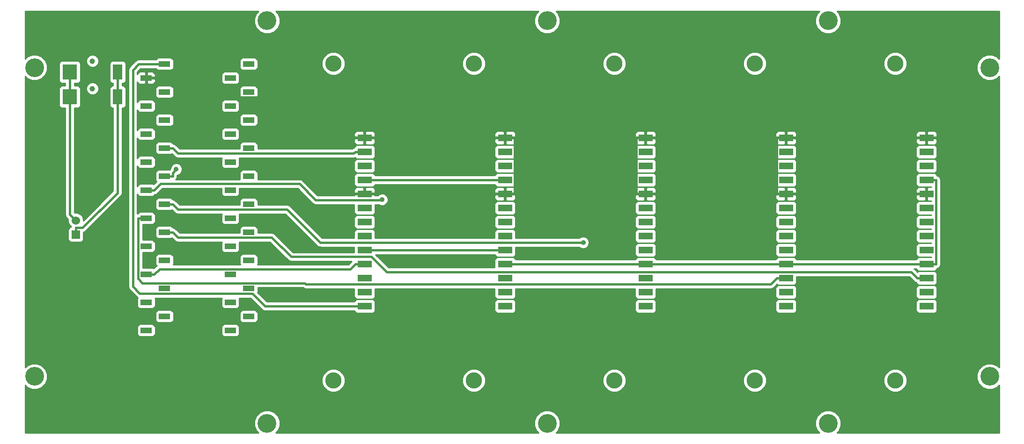
<source format=gtl>
G04 (created by PCBNEW-RS274X (2011-05-25)-stable) date Fri 21 Sep 2012 01:47:41 PM PDT*
G01*
G70*
G90*
%MOIN*%
G04 Gerber Fmt 3.4, Leading zero omitted, Abs format*
%FSLAX34Y34*%
G04 APERTURE LIST*
%ADD10C,0.006000*%
%ADD11C,0.133900*%
%ADD12R,0.100000X0.050000*%
%ADD13C,0.116000*%
%ADD14C,0.039000*%
%ADD15R,0.067000X0.110000*%
%ADD16R,0.102400X0.110000*%
%ADD17R,0.060000X0.060000*%
%ADD18C,0.060000*%
%ADD19R,0.078700X0.039400*%
%ADD20C,0.035000*%
%ADD21C,0.015000*%
%ADD22C,0.010000*%
G04 APERTURE END LIST*
G54D10*
G54D11*
X77185Y-41717D03*
X57185Y-41717D03*
X37234Y-41717D03*
X37234Y-13008D03*
X57185Y-13008D03*
X77185Y-13008D03*
G54D12*
X84185Y-21362D03*
X84185Y-22362D03*
X84185Y-23362D03*
X84185Y-24362D03*
X84185Y-25362D03*
X84185Y-26362D03*
X84185Y-27362D03*
X84185Y-28362D03*
X84185Y-29362D03*
X84185Y-30362D03*
X84185Y-31362D03*
X84185Y-32362D03*
X84185Y-33362D03*
G54D13*
X81965Y-16062D03*
X81965Y-38662D03*
G54D12*
X74185Y-21362D03*
X74185Y-22362D03*
X74185Y-23362D03*
X74185Y-24362D03*
X74185Y-25362D03*
X74185Y-26362D03*
X74185Y-27362D03*
X74185Y-28362D03*
X74185Y-29362D03*
X74185Y-30362D03*
X74185Y-31362D03*
X74185Y-32362D03*
X74185Y-33362D03*
G54D13*
X71965Y-16062D03*
X71965Y-38662D03*
G54D12*
X64185Y-21362D03*
X64185Y-22362D03*
X64185Y-23362D03*
X64185Y-24362D03*
X64185Y-25362D03*
X64185Y-26362D03*
X64185Y-27362D03*
X64185Y-28362D03*
X64185Y-29362D03*
X64185Y-30362D03*
X64185Y-31362D03*
X64185Y-32362D03*
X64185Y-33362D03*
G54D13*
X61965Y-16062D03*
X61965Y-38662D03*
G54D12*
X54185Y-21362D03*
X54185Y-22362D03*
X54185Y-23362D03*
X54185Y-24362D03*
X54185Y-25362D03*
X54185Y-26362D03*
X54185Y-27362D03*
X54185Y-28362D03*
X54185Y-29362D03*
X54185Y-30362D03*
X54185Y-31362D03*
X54185Y-32362D03*
X54185Y-33362D03*
G54D13*
X51965Y-16062D03*
X51965Y-38662D03*
G54D12*
X44185Y-21362D03*
X44185Y-22362D03*
X44185Y-23362D03*
X44185Y-24362D03*
X44185Y-25362D03*
X44185Y-26362D03*
X44185Y-27362D03*
X44185Y-28362D03*
X44185Y-29362D03*
X44185Y-30362D03*
X44185Y-31362D03*
X44185Y-32362D03*
X44185Y-33362D03*
G54D13*
X41965Y-16062D03*
X41965Y-38662D03*
G54D14*
X24803Y-15886D03*
X24803Y-17854D03*
G54D15*
X26598Y-18445D03*
X26598Y-16673D03*
G54D16*
X23189Y-16673D03*
X23189Y-18445D03*
G54D17*
X23622Y-28256D03*
G54D18*
X23622Y-27256D03*
G54D19*
X29937Y-16091D03*
X28633Y-17091D03*
X29937Y-18091D03*
X28633Y-19091D03*
X29937Y-20091D03*
X28633Y-21091D03*
X29937Y-22091D03*
X28633Y-23091D03*
X29937Y-24091D03*
X28633Y-25091D03*
X29937Y-26091D03*
X28633Y-27091D03*
X29937Y-28091D03*
X28633Y-29091D03*
X29937Y-30091D03*
X28633Y-31091D03*
X29937Y-32091D03*
X28633Y-33091D03*
X29937Y-34091D03*
X28633Y-35091D03*
X34629Y-35091D03*
X35933Y-34091D03*
X34629Y-33091D03*
X35933Y-32091D03*
X34629Y-31091D03*
X35933Y-30091D03*
X34629Y-29091D03*
X35933Y-28091D03*
X34629Y-27091D03*
X35933Y-26091D03*
X34629Y-25091D03*
X35933Y-24091D03*
X34629Y-23091D03*
X35933Y-22091D03*
X34629Y-21091D03*
X35933Y-20091D03*
X34629Y-19091D03*
X35933Y-18091D03*
X34629Y-17091D03*
X35933Y-16091D03*
G54D11*
X20685Y-16354D03*
X20685Y-38370D03*
X88685Y-38370D03*
X88685Y-16354D03*
G54D20*
X30772Y-23591D03*
X45425Y-25767D03*
X59745Y-28824D03*
G54D21*
X43153Y-30716D02*
X43507Y-30362D01*
X29580Y-30716D02*
X43153Y-30716D01*
X29205Y-31091D02*
X29580Y-30716D01*
X28633Y-31091D02*
X29205Y-31091D01*
X44185Y-30362D02*
X43507Y-30362D01*
X44185Y-24362D02*
X54185Y-24362D01*
X54185Y-30362D02*
X64185Y-30362D01*
X64185Y-30362D02*
X74185Y-30362D01*
X74185Y-30362D02*
X84185Y-30362D01*
X84863Y-30362D02*
X84863Y-24362D01*
X84185Y-30362D02*
X84863Y-30362D01*
X84185Y-24362D02*
X84863Y-24362D01*
X43403Y-22466D02*
X43507Y-22362D01*
X30884Y-22466D02*
X43403Y-22466D01*
X30509Y-22091D02*
X30884Y-22466D01*
X29937Y-22091D02*
X30509Y-22091D01*
X44185Y-22362D02*
X43507Y-22362D01*
X44185Y-29362D02*
X54185Y-29362D01*
X30509Y-23854D02*
X30772Y-23591D01*
X30509Y-24091D02*
X30509Y-23854D01*
X29937Y-24091D02*
X30509Y-24091D01*
X28633Y-25091D02*
X29205Y-25091D01*
X45401Y-25791D02*
X45425Y-25767D01*
X40699Y-25791D02*
X45401Y-25791D01*
X39553Y-24645D02*
X40699Y-25791D01*
X29651Y-24645D02*
X39553Y-24645D01*
X29205Y-25091D02*
X29651Y-24645D01*
X41016Y-28824D02*
X59745Y-28824D01*
X38658Y-26466D02*
X41016Y-28824D01*
X30884Y-26466D02*
X38658Y-26466D01*
X30509Y-26091D02*
X30884Y-26466D01*
X29937Y-26091D02*
X30509Y-26091D01*
X73079Y-31790D02*
X73507Y-31362D01*
X39982Y-31790D02*
X73079Y-31790D01*
X39907Y-31715D02*
X39982Y-31790D01*
X28368Y-31715D02*
X39907Y-31715D01*
X28062Y-31409D02*
X28368Y-31715D01*
X28062Y-27091D02*
X28062Y-31409D01*
X28633Y-27091D02*
X28062Y-27091D01*
X74185Y-31362D02*
X73507Y-31362D01*
X30884Y-28466D02*
X30509Y-28091D01*
X37564Y-28466D02*
X30884Y-28466D01*
X38941Y-29843D02*
X37564Y-28466D01*
X44668Y-29843D02*
X38941Y-29843D01*
X45759Y-30934D02*
X44668Y-29843D01*
X83079Y-30934D02*
X45759Y-30934D01*
X83507Y-31362D02*
X83079Y-30934D01*
X84185Y-31362D02*
X83507Y-31362D01*
X29937Y-28091D02*
X30509Y-28091D01*
X37077Y-33362D02*
X44185Y-33362D01*
X36182Y-32467D02*
X37077Y-33362D01*
X28173Y-32467D02*
X36182Y-32467D01*
X27677Y-31971D02*
X28173Y-32467D01*
X27677Y-16518D02*
X27677Y-31971D01*
X28104Y-16091D02*
X27677Y-16518D01*
X29937Y-16091D02*
X28104Y-16091D01*
X64185Y-21362D02*
X63507Y-21362D01*
X74185Y-21362D02*
X73507Y-21362D01*
X73507Y-25362D02*
X73507Y-21362D01*
X64185Y-25362D02*
X73507Y-25362D01*
X40612Y-18467D02*
X43507Y-21362D01*
X32115Y-18467D02*
X40612Y-18467D01*
X30739Y-17091D02*
X32115Y-18467D01*
X28633Y-17091D02*
X30739Y-17091D01*
X44185Y-21362D02*
X43507Y-21362D01*
X54185Y-21362D02*
X54863Y-21362D01*
X54185Y-25362D02*
X54863Y-25362D01*
X63507Y-25012D02*
X54863Y-25012D01*
X54863Y-21362D02*
X54863Y-25012D01*
X54863Y-25012D02*
X54863Y-25362D01*
X63507Y-21362D02*
X63507Y-25012D01*
X63507Y-25012D02*
X63507Y-25362D01*
X64185Y-25362D02*
X63507Y-25362D01*
X73507Y-25362D02*
X74185Y-25362D01*
X74185Y-25362D02*
X84185Y-25362D01*
X23189Y-18445D02*
X23189Y-16673D01*
X23189Y-26823D02*
X23189Y-18445D01*
X23622Y-27256D02*
X23189Y-26823D01*
X26598Y-16673D02*
X26598Y-18445D01*
X26598Y-25280D02*
X26598Y-18445D01*
X24100Y-27778D02*
X26598Y-25280D01*
X23622Y-27778D02*
X24100Y-27778D01*
X23622Y-28256D02*
X23622Y-27778D01*
G54D10*
G36*
X89360Y-42392D02*
X85188Y-42392D01*
X85188Y-30362D01*
X85188Y-24362D01*
X85163Y-24238D01*
X85093Y-24132D01*
X84987Y-24062D01*
X84935Y-24051D01*
X84935Y-21474D01*
X84935Y-21250D01*
X84934Y-21161D01*
X84934Y-21062D01*
X84896Y-20971D01*
X84826Y-20901D01*
X84734Y-20863D01*
X84297Y-20862D01*
X84235Y-20924D01*
X84235Y-21312D01*
X84873Y-21312D01*
X84935Y-21250D01*
X84935Y-21474D01*
X84873Y-21412D01*
X84235Y-21412D01*
X84235Y-21800D01*
X84297Y-21862D01*
X84734Y-21861D01*
X84826Y-21823D01*
X84896Y-21753D01*
X84934Y-21662D01*
X84934Y-21563D01*
X84935Y-21474D01*
X84935Y-24051D01*
X84934Y-24051D01*
X84934Y-23662D01*
X84934Y-23563D01*
X84934Y-23063D01*
X84934Y-22662D01*
X84934Y-22563D01*
X84934Y-22063D01*
X84896Y-21971D01*
X84826Y-21901D01*
X84735Y-21863D01*
X84636Y-21863D01*
X84135Y-21863D01*
X84135Y-21800D01*
X84135Y-21412D01*
X84135Y-21312D01*
X84135Y-20924D01*
X84073Y-20862D01*
X83636Y-20863D01*
X83544Y-20901D01*
X83474Y-20971D01*
X83436Y-21062D01*
X83436Y-21161D01*
X83435Y-21250D01*
X83497Y-21312D01*
X84135Y-21312D01*
X84135Y-21412D01*
X83497Y-21412D01*
X83435Y-21474D01*
X83436Y-21563D01*
X83436Y-21662D01*
X83474Y-21753D01*
X83544Y-21823D01*
X83636Y-21861D01*
X84073Y-21862D01*
X84135Y-21800D01*
X84135Y-21863D01*
X83636Y-21863D01*
X83544Y-21901D01*
X83474Y-21971D01*
X83436Y-22062D01*
X83436Y-22161D01*
X83436Y-22661D01*
X83474Y-22753D01*
X83544Y-22823D01*
X83635Y-22861D01*
X83734Y-22861D01*
X84734Y-22861D01*
X84826Y-22823D01*
X84896Y-22753D01*
X84934Y-22662D01*
X84934Y-23063D01*
X84896Y-22971D01*
X84826Y-22901D01*
X84735Y-22863D01*
X84636Y-22863D01*
X83636Y-22863D01*
X83544Y-22901D01*
X83474Y-22971D01*
X83436Y-23062D01*
X83436Y-23161D01*
X83436Y-23661D01*
X83474Y-23753D01*
X83544Y-23823D01*
X83635Y-23861D01*
X83734Y-23861D01*
X84734Y-23861D01*
X84826Y-23823D01*
X84896Y-23753D01*
X84934Y-23662D01*
X84934Y-24051D01*
X84928Y-24050D01*
X84896Y-23971D01*
X84826Y-23901D01*
X84735Y-23863D01*
X84636Y-23863D01*
X83636Y-23863D01*
X83544Y-23901D01*
X83474Y-23971D01*
X83436Y-24062D01*
X83436Y-24161D01*
X83436Y-24661D01*
X83474Y-24753D01*
X83544Y-24823D01*
X83635Y-24861D01*
X83734Y-24861D01*
X84538Y-24861D01*
X84538Y-24862D01*
X84297Y-24862D01*
X84235Y-24924D01*
X84235Y-25262D01*
X84235Y-25312D01*
X84235Y-25412D01*
X84235Y-25462D01*
X84235Y-25800D01*
X84297Y-25862D01*
X84538Y-25861D01*
X84538Y-25863D01*
X84135Y-25863D01*
X84135Y-25800D01*
X84135Y-25412D01*
X84135Y-25312D01*
X84135Y-24924D01*
X84073Y-24862D01*
X83636Y-24863D01*
X83544Y-24901D01*
X83474Y-24971D01*
X83436Y-25062D01*
X83436Y-25161D01*
X83435Y-25250D01*
X83497Y-25312D01*
X84135Y-25312D01*
X84135Y-25412D01*
X83497Y-25412D01*
X83435Y-25474D01*
X83436Y-25563D01*
X83436Y-25662D01*
X83474Y-25753D01*
X83544Y-25823D01*
X83636Y-25861D01*
X84073Y-25862D01*
X84135Y-25800D01*
X84135Y-25863D01*
X83636Y-25863D01*
X83544Y-25901D01*
X83474Y-25971D01*
X83436Y-26062D01*
X83436Y-26161D01*
X83436Y-26661D01*
X83474Y-26753D01*
X83544Y-26823D01*
X83635Y-26861D01*
X83734Y-26861D01*
X84538Y-26861D01*
X84538Y-26863D01*
X83636Y-26863D01*
X83544Y-26901D01*
X83474Y-26971D01*
X83436Y-27062D01*
X83436Y-27161D01*
X83436Y-27661D01*
X83474Y-27753D01*
X83544Y-27823D01*
X83635Y-27861D01*
X83734Y-27861D01*
X84538Y-27861D01*
X84538Y-27863D01*
X83636Y-27863D01*
X83544Y-27901D01*
X83474Y-27971D01*
X83436Y-28062D01*
X83436Y-28161D01*
X83436Y-28661D01*
X83474Y-28753D01*
X83544Y-28823D01*
X83635Y-28861D01*
X83734Y-28861D01*
X84538Y-28861D01*
X84538Y-28863D01*
X83636Y-28863D01*
X83544Y-28901D01*
X83474Y-28971D01*
X83436Y-29062D01*
X83436Y-29161D01*
X83436Y-29661D01*
X83474Y-29753D01*
X83544Y-29823D01*
X83635Y-29861D01*
X83734Y-29861D01*
X84538Y-29861D01*
X84538Y-29863D01*
X83636Y-29863D01*
X83544Y-29901D01*
X83474Y-29971D01*
X83446Y-30037D01*
X82795Y-30037D01*
X82795Y-16228D01*
X82795Y-15898D01*
X82669Y-15593D01*
X82436Y-15359D01*
X82131Y-15232D01*
X81801Y-15232D01*
X81496Y-15358D01*
X81262Y-15591D01*
X81135Y-15896D01*
X81135Y-16226D01*
X81261Y-16531D01*
X81494Y-16765D01*
X81799Y-16892D01*
X82129Y-16892D01*
X82434Y-16766D01*
X82668Y-16533D01*
X82795Y-16228D01*
X82795Y-30037D01*
X74935Y-30037D01*
X74935Y-25474D01*
X74935Y-25250D01*
X74935Y-21474D01*
X74935Y-21250D01*
X74934Y-21161D01*
X74934Y-21062D01*
X74896Y-20971D01*
X74826Y-20901D01*
X74734Y-20863D01*
X74297Y-20862D01*
X74235Y-20924D01*
X74235Y-21312D01*
X74873Y-21312D01*
X74935Y-21250D01*
X74935Y-21474D01*
X74873Y-21412D01*
X74235Y-21412D01*
X74235Y-21800D01*
X74297Y-21862D01*
X74734Y-21861D01*
X74826Y-21823D01*
X74896Y-21753D01*
X74934Y-21662D01*
X74934Y-21563D01*
X74935Y-21474D01*
X74935Y-25250D01*
X74934Y-25161D01*
X74934Y-25062D01*
X74934Y-24662D01*
X74934Y-24563D01*
X74934Y-24063D01*
X74934Y-23662D01*
X74934Y-23563D01*
X74934Y-23063D01*
X74934Y-22662D01*
X74934Y-22563D01*
X74934Y-22063D01*
X74896Y-21971D01*
X74826Y-21901D01*
X74735Y-21863D01*
X74636Y-21863D01*
X74135Y-21863D01*
X74135Y-21800D01*
X74135Y-21412D01*
X74135Y-21312D01*
X74135Y-20924D01*
X74073Y-20862D01*
X73636Y-20863D01*
X73544Y-20901D01*
X73474Y-20971D01*
X73436Y-21062D01*
X73436Y-21161D01*
X73435Y-21250D01*
X73497Y-21312D01*
X74135Y-21312D01*
X74135Y-21412D01*
X73497Y-21412D01*
X73435Y-21474D01*
X73436Y-21563D01*
X73436Y-21662D01*
X73474Y-21753D01*
X73544Y-21823D01*
X73636Y-21861D01*
X74073Y-21862D01*
X74135Y-21800D01*
X74135Y-21863D01*
X73636Y-21863D01*
X73544Y-21901D01*
X73474Y-21971D01*
X73436Y-22062D01*
X73436Y-22161D01*
X73436Y-22661D01*
X73474Y-22753D01*
X73544Y-22823D01*
X73635Y-22861D01*
X73734Y-22861D01*
X74734Y-22861D01*
X74826Y-22823D01*
X74896Y-22753D01*
X74934Y-22662D01*
X74934Y-23063D01*
X74896Y-22971D01*
X74826Y-22901D01*
X74735Y-22863D01*
X74636Y-22863D01*
X73636Y-22863D01*
X73544Y-22901D01*
X73474Y-22971D01*
X73436Y-23062D01*
X73436Y-23161D01*
X73436Y-23661D01*
X73474Y-23753D01*
X73544Y-23823D01*
X73635Y-23861D01*
X73734Y-23861D01*
X74734Y-23861D01*
X74826Y-23823D01*
X74896Y-23753D01*
X74934Y-23662D01*
X74934Y-24063D01*
X74896Y-23971D01*
X74826Y-23901D01*
X74735Y-23863D01*
X74636Y-23863D01*
X73636Y-23863D01*
X73544Y-23901D01*
X73474Y-23971D01*
X73436Y-24062D01*
X73436Y-24161D01*
X73436Y-24661D01*
X73474Y-24753D01*
X73544Y-24823D01*
X73635Y-24861D01*
X73734Y-24861D01*
X74734Y-24861D01*
X74826Y-24823D01*
X74896Y-24753D01*
X74934Y-24662D01*
X74934Y-25062D01*
X74896Y-24971D01*
X74826Y-24901D01*
X74734Y-24863D01*
X74297Y-24862D01*
X74235Y-24924D01*
X74235Y-25312D01*
X74873Y-25312D01*
X74935Y-25250D01*
X74935Y-25474D01*
X74873Y-25412D01*
X74235Y-25412D01*
X74235Y-25800D01*
X74297Y-25862D01*
X74734Y-25861D01*
X74826Y-25823D01*
X74896Y-25753D01*
X74934Y-25662D01*
X74934Y-25563D01*
X74935Y-25474D01*
X74935Y-30037D01*
X74934Y-30037D01*
X74934Y-29662D01*
X74934Y-29563D01*
X74934Y-29063D01*
X74934Y-28662D01*
X74934Y-28563D01*
X74934Y-28063D01*
X74934Y-27662D01*
X74934Y-27563D01*
X74934Y-27063D01*
X74934Y-26662D01*
X74934Y-26563D01*
X74934Y-26063D01*
X74896Y-25971D01*
X74826Y-25901D01*
X74735Y-25863D01*
X74636Y-25863D01*
X74135Y-25863D01*
X74135Y-25800D01*
X74135Y-25412D01*
X74135Y-25312D01*
X74135Y-24924D01*
X74073Y-24862D01*
X73636Y-24863D01*
X73544Y-24901D01*
X73474Y-24971D01*
X73436Y-25062D01*
X73436Y-25161D01*
X73435Y-25250D01*
X73497Y-25312D01*
X74135Y-25312D01*
X74135Y-25412D01*
X73497Y-25412D01*
X73435Y-25474D01*
X73436Y-25563D01*
X73436Y-25662D01*
X73474Y-25753D01*
X73544Y-25823D01*
X73636Y-25861D01*
X74073Y-25862D01*
X74135Y-25800D01*
X74135Y-25863D01*
X73636Y-25863D01*
X73544Y-25901D01*
X73474Y-25971D01*
X73436Y-26062D01*
X73436Y-26161D01*
X73436Y-26661D01*
X73474Y-26753D01*
X73544Y-26823D01*
X73635Y-26861D01*
X73734Y-26861D01*
X74734Y-26861D01*
X74826Y-26823D01*
X74896Y-26753D01*
X74934Y-26662D01*
X74934Y-27063D01*
X74896Y-26971D01*
X74826Y-26901D01*
X74735Y-26863D01*
X74636Y-26863D01*
X73636Y-26863D01*
X73544Y-26901D01*
X73474Y-26971D01*
X73436Y-27062D01*
X73436Y-27161D01*
X73436Y-27661D01*
X73474Y-27753D01*
X73544Y-27823D01*
X73635Y-27861D01*
X73734Y-27861D01*
X74734Y-27861D01*
X74826Y-27823D01*
X74896Y-27753D01*
X74934Y-27662D01*
X74934Y-28063D01*
X74896Y-27971D01*
X74826Y-27901D01*
X74735Y-27863D01*
X74636Y-27863D01*
X73636Y-27863D01*
X73544Y-27901D01*
X73474Y-27971D01*
X73436Y-28062D01*
X73436Y-28161D01*
X73436Y-28661D01*
X73474Y-28753D01*
X73544Y-28823D01*
X73635Y-28861D01*
X73734Y-28861D01*
X74734Y-28861D01*
X74826Y-28823D01*
X74896Y-28753D01*
X74934Y-28662D01*
X74934Y-29063D01*
X74896Y-28971D01*
X74826Y-28901D01*
X74735Y-28863D01*
X74636Y-28863D01*
X73636Y-28863D01*
X73544Y-28901D01*
X73474Y-28971D01*
X73436Y-29062D01*
X73436Y-29161D01*
X73436Y-29661D01*
X73474Y-29753D01*
X73544Y-29823D01*
X73635Y-29861D01*
X73734Y-29861D01*
X74734Y-29861D01*
X74826Y-29823D01*
X74896Y-29753D01*
X74934Y-29662D01*
X74934Y-30037D01*
X74923Y-30037D01*
X74896Y-29971D01*
X74826Y-29901D01*
X74735Y-29863D01*
X74636Y-29863D01*
X73636Y-29863D01*
X73544Y-29901D01*
X73474Y-29971D01*
X73446Y-30037D01*
X72795Y-30037D01*
X72795Y-16228D01*
X72795Y-15898D01*
X72669Y-15593D01*
X72436Y-15359D01*
X72131Y-15232D01*
X71801Y-15232D01*
X71496Y-15358D01*
X71262Y-15591D01*
X71135Y-15896D01*
X71135Y-16226D01*
X71261Y-16531D01*
X71494Y-16765D01*
X71799Y-16892D01*
X72129Y-16892D01*
X72434Y-16766D01*
X72668Y-16533D01*
X72795Y-16228D01*
X72795Y-30037D01*
X64935Y-30037D01*
X64935Y-25474D01*
X64935Y-25250D01*
X64935Y-21474D01*
X64935Y-21250D01*
X64934Y-21161D01*
X64934Y-21062D01*
X64896Y-20971D01*
X64826Y-20901D01*
X64734Y-20863D01*
X64297Y-20862D01*
X64235Y-20924D01*
X64235Y-21312D01*
X64873Y-21312D01*
X64935Y-21250D01*
X64935Y-21474D01*
X64873Y-21412D01*
X64235Y-21412D01*
X64235Y-21800D01*
X64297Y-21862D01*
X64734Y-21861D01*
X64826Y-21823D01*
X64896Y-21753D01*
X64934Y-21662D01*
X64934Y-21563D01*
X64935Y-21474D01*
X64935Y-25250D01*
X64934Y-25161D01*
X64934Y-25062D01*
X64934Y-24662D01*
X64934Y-24563D01*
X64934Y-24063D01*
X64934Y-23662D01*
X64934Y-23563D01*
X64934Y-23063D01*
X64934Y-22662D01*
X64934Y-22563D01*
X64934Y-22063D01*
X64896Y-21971D01*
X64826Y-21901D01*
X64735Y-21863D01*
X64636Y-21863D01*
X64135Y-21863D01*
X64135Y-21800D01*
X64135Y-21412D01*
X64135Y-21312D01*
X64135Y-20924D01*
X64073Y-20862D01*
X63636Y-20863D01*
X63544Y-20901D01*
X63474Y-20971D01*
X63436Y-21062D01*
X63436Y-21161D01*
X63435Y-21250D01*
X63497Y-21312D01*
X64135Y-21312D01*
X64135Y-21412D01*
X63497Y-21412D01*
X63435Y-21474D01*
X63436Y-21563D01*
X63436Y-21662D01*
X63474Y-21753D01*
X63544Y-21823D01*
X63636Y-21861D01*
X64073Y-21862D01*
X64135Y-21800D01*
X64135Y-21863D01*
X63636Y-21863D01*
X63544Y-21901D01*
X63474Y-21971D01*
X63436Y-22062D01*
X63436Y-22161D01*
X63436Y-22661D01*
X63474Y-22753D01*
X63544Y-22823D01*
X63635Y-22861D01*
X63734Y-22861D01*
X64734Y-22861D01*
X64826Y-22823D01*
X64896Y-22753D01*
X64934Y-22662D01*
X64934Y-23063D01*
X64896Y-22971D01*
X64826Y-22901D01*
X64735Y-22863D01*
X64636Y-22863D01*
X63636Y-22863D01*
X63544Y-22901D01*
X63474Y-22971D01*
X63436Y-23062D01*
X63436Y-23161D01*
X63436Y-23661D01*
X63474Y-23753D01*
X63544Y-23823D01*
X63635Y-23861D01*
X63734Y-23861D01*
X64734Y-23861D01*
X64826Y-23823D01*
X64896Y-23753D01*
X64934Y-23662D01*
X64934Y-24063D01*
X64896Y-23971D01*
X64826Y-23901D01*
X64735Y-23863D01*
X64636Y-23863D01*
X63636Y-23863D01*
X63544Y-23901D01*
X63474Y-23971D01*
X63436Y-24062D01*
X63436Y-24161D01*
X63436Y-24661D01*
X63474Y-24753D01*
X63544Y-24823D01*
X63635Y-24861D01*
X63734Y-24861D01*
X64734Y-24861D01*
X64826Y-24823D01*
X64896Y-24753D01*
X64934Y-24662D01*
X64934Y-25062D01*
X64896Y-24971D01*
X64826Y-24901D01*
X64734Y-24863D01*
X64297Y-24862D01*
X64235Y-24924D01*
X64235Y-25312D01*
X64873Y-25312D01*
X64935Y-25250D01*
X64935Y-25474D01*
X64873Y-25412D01*
X64235Y-25412D01*
X64235Y-25800D01*
X64297Y-25862D01*
X64734Y-25861D01*
X64826Y-25823D01*
X64896Y-25753D01*
X64934Y-25662D01*
X64934Y-25563D01*
X64935Y-25474D01*
X64935Y-30037D01*
X64934Y-30037D01*
X64934Y-29662D01*
X64934Y-29563D01*
X64934Y-29063D01*
X64934Y-28662D01*
X64934Y-28563D01*
X64934Y-28063D01*
X64934Y-27662D01*
X64934Y-27563D01*
X64934Y-27063D01*
X64934Y-26662D01*
X64934Y-26563D01*
X64934Y-26063D01*
X64896Y-25971D01*
X64826Y-25901D01*
X64735Y-25863D01*
X64636Y-25863D01*
X64135Y-25863D01*
X64135Y-25800D01*
X64135Y-25412D01*
X64135Y-25312D01*
X64135Y-24924D01*
X64073Y-24862D01*
X63636Y-24863D01*
X63544Y-24901D01*
X63474Y-24971D01*
X63436Y-25062D01*
X63436Y-25161D01*
X63435Y-25250D01*
X63497Y-25312D01*
X64135Y-25312D01*
X64135Y-25412D01*
X63497Y-25412D01*
X63435Y-25474D01*
X63436Y-25563D01*
X63436Y-25662D01*
X63474Y-25753D01*
X63544Y-25823D01*
X63636Y-25861D01*
X64073Y-25862D01*
X64135Y-25800D01*
X64135Y-25863D01*
X63636Y-25863D01*
X63544Y-25901D01*
X63474Y-25971D01*
X63436Y-26062D01*
X63436Y-26161D01*
X63436Y-26661D01*
X63474Y-26753D01*
X63544Y-26823D01*
X63635Y-26861D01*
X63734Y-26861D01*
X64734Y-26861D01*
X64826Y-26823D01*
X64896Y-26753D01*
X64934Y-26662D01*
X64934Y-27063D01*
X64896Y-26971D01*
X64826Y-26901D01*
X64735Y-26863D01*
X64636Y-26863D01*
X63636Y-26863D01*
X63544Y-26901D01*
X63474Y-26971D01*
X63436Y-27062D01*
X63436Y-27161D01*
X63436Y-27661D01*
X63474Y-27753D01*
X63544Y-27823D01*
X63635Y-27861D01*
X63734Y-27861D01*
X64734Y-27861D01*
X64826Y-27823D01*
X64896Y-27753D01*
X64934Y-27662D01*
X64934Y-28063D01*
X64896Y-27971D01*
X64826Y-27901D01*
X64735Y-27863D01*
X64636Y-27863D01*
X63636Y-27863D01*
X63544Y-27901D01*
X63474Y-27971D01*
X63436Y-28062D01*
X63436Y-28161D01*
X63436Y-28661D01*
X63474Y-28753D01*
X63544Y-28823D01*
X63635Y-28861D01*
X63734Y-28861D01*
X64734Y-28861D01*
X64826Y-28823D01*
X64896Y-28753D01*
X64934Y-28662D01*
X64934Y-29063D01*
X64896Y-28971D01*
X64826Y-28901D01*
X64735Y-28863D01*
X64636Y-28863D01*
X63636Y-28863D01*
X63544Y-28901D01*
X63474Y-28971D01*
X63436Y-29062D01*
X63436Y-29161D01*
X63436Y-29661D01*
X63474Y-29753D01*
X63544Y-29823D01*
X63635Y-29861D01*
X63734Y-29861D01*
X64734Y-29861D01*
X64826Y-29823D01*
X64896Y-29753D01*
X64934Y-29662D01*
X64934Y-30037D01*
X64923Y-30037D01*
X64896Y-29971D01*
X64826Y-29901D01*
X64735Y-29863D01*
X64636Y-29863D01*
X63636Y-29863D01*
X63544Y-29901D01*
X63474Y-29971D01*
X63446Y-30037D01*
X62795Y-30037D01*
X62795Y-16228D01*
X62795Y-15898D01*
X62669Y-15593D01*
X62436Y-15359D01*
X62131Y-15232D01*
X61801Y-15232D01*
X61496Y-15358D01*
X61262Y-15591D01*
X61135Y-15896D01*
X61135Y-16226D01*
X61261Y-16531D01*
X61494Y-16765D01*
X61799Y-16892D01*
X62129Y-16892D01*
X62434Y-16766D01*
X62668Y-16533D01*
X62795Y-16228D01*
X62795Y-30037D01*
X54923Y-30037D01*
X54896Y-29971D01*
X54826Y-29901D01*
X54735Y-29863D01*
X54636Y-29863D01*
X53636Y-29863D01*
X53544Y-29901D01*
X53474Y-29971D01*
X53436Y-30062D01*
X53436Y-30161D01*
X53436Y-30609D01*
X45893Y-30609D01*
X44971Y-29687D01*
X53446Y-29687D01*
X53474Y-29753D01*
X53544Y-29823D01*
X53635Y-29861D01*
X53734Y-29861D01*
X54734Y-29861D01*
X54826Y-29823D01*
X54896Y-29753D01*
X54934Y-29662D01*
X54934Y-29563D01*
X54934Y-29149D01*
X59469Y-29149D01*
X59504Y-29184D01*
X59660Y-29249D01*
X59829Y-29249D01*
X59985Y-29185D01*
X60105Y-29065D01*
X60170Y-28909D01*
X60170Y-28740D01*
X60106Y-28584D01*
X59986Y-28464D01*
X59830Y-28399D01*
X59661Y-28399D01*
X59505Y-28463D01*
X59469Y-28499D01*
X54935Y-28499D01*
X54935Y-25474D01*
X54935Y-25250D01*
X54935Y-21474D01*
X54935Y-21250D01*
X54934Y-21161D01*
X54934Y-21062D01*
X54896Y-20971D01*
X54826Y-20901D01*
X54734Y-20863D01*
X54297Y-20862D01*
X54235Y-20924D01*
X54235Y-21312D01*
X54873Y-21312D01*
X54935Y-21250D01*
X54935Y-21474D01*
X54873Y-21412D01*
X54235Y-21412D01*
X54235Y-21800D01*
X54297Y-21862D01*
X54734Y-21861D01*
X54826Y-21823D01*
X54896Y-21753D01*
X54934Y-21662D01*
X54934Y-21563D01*
X54935Y-21474D01*
X54935Y-25250D01*
X54934Y-25161D01*
X54934Y-25062D01*
X54934Y-24662D01*
X54934Y-24563D01*
X54934Y-24063D01*
X54934Y-23662D01*
X54934Y-23563D01*
X54934Y-23063D01*
X54934Y-22662D01*
X54934Y-22563D01*
X54934Y-22063D01*
X54896Y-21971D01*
X54826Y-21901D01*
X54735Y-21863D01*
X54636Y-21863D01*
X54135Y-21863D01*
X54135Y-21800D01*
X54135Y-21412D01*
X54135Y-21312D01*
X54135Y-20924D01*
X54073Y-20862D01*
X53636Y-20863D01*
X53544Y-20901D01*
X53474Y-20971D01*
X53436Y-21062D01*
X53436Y-21161D01*
X53435Y-21250D01*
X53497Y-21312D01*
X54135Y-21312D01*
X54135Y-21412D01*
X53497Y-21412D01*
X53435Y-21474D01*
X53436Y-21563D01*
X53436Y-21662D01*
X53474Y-21753D01*
X53544Y-21823D01*
X53636Y-21861D01*
X54073Y-21862D01*
X54135Y-21800D01*
X54135Y-21863D01*
X53636Y-21863D01*
X53544Y-21901D01*
X53474Y-21971D01*
X53436Y-22062D01*
X53436Y-22161D01*
X53436Y-22661D01*
X53474Y-22753D01*
X53544Y-22823D01*
X53635Y-22861D01*
X53734Y-22861D01*
X54734Y-22861D01*
X54826Y-22823D01*
X54896Y-22753D01*
X54934Y-22662D01*
X54934Y-23063D01*
X54896Y-22971D01*
X54826Y-22901D01*
X54735Y-22863D01*
X54636Y-22863D01*
X53636Y-22863D01*
X53544Y-22901D01*
X53474Y-22971D01*
X53436Y-23062D01*
X53436Y-23161D01*
X53436Y-23661D01*
X53474Y-23753D01*
X53544Y-23823D01*
X53635Y-23861D01*
X53734Y-23861D01*
X54734Y-23861D01*
X54826Y-23823D01*
X54896Y-23753D01*
X54934Y-23662D01*
X54934Y-24063D01*
X54896Y-23971D01*
X54826Y-23901D01*
X54735Y-23863D01*
X54636Y-23863D01*
X53636Y-23863D01*
X53544Y-23901D01*
X53474Y-23971D01*
X53446Y-24037D01*
X52795Y-24037D01*
X52795Y-16228D01*
X52795Y-15898D01*
X52669Y-15593D01*
X52436Y-15359D01*
X52131Y-15232D01*
X51801Y-15232D01*
X51496Y-15358D01*
X51262Y-15591D01*
X51135Y-15896D01*
X51135Y-16226D01*
X51261Y-16531D01*
X51494Y-16765D01*
X51799Y-16892D01*
X52129Y-16892D01*
X52434Y-16766D01*
X52668Y-16533D01*
X52795Y-16228D01*
X52795Y-24037D01*
X44935Y-24037D01*
X44935Y-21474D01*
X44935Y-21250D01*
X44934Y-21161D01*
X44934Y-21062D01*
X44896Y-20971D01*
X44826Y-20901D01*
X44734Y-20863D01*
X44297Y-20862D01*
X44235Y-20924D01*
X44235Y-21312D01*
X44873Y-21312D01*
X44935Y-21250D01*
X44935Y-21474D01*
X44873Y-21412D01*
X44235Y-21412D01*
X44235Y-21800D01*
X44297Y-21862D01*
X44734Y-21861D01*
X44826Y-21823D01*
X44896Y-21753D01*
X44934Y-21662D01*
X44934Y-21563D01*
X44935Y-21474D01*
X44935Y-24037D01*
X44934Y-24037D01*
X44934Y-23662D01*
X44934Y-23563D01*
X44934Y-23063D01*
X44934Y-22662D01*
X44934Y-22563D01*
X44934Y-22063D01*
X44896Y-21971D01*
X44826Y-21901D01*
X44735Y-21863D01*
X44636Y-21863D01*
X44135Y-21863D01*
X44135Y-21800D01*
X44135Y-21412D01*
X44135Y-21312D01*
X44135Y-20924D01*
X44073Y-20862D01*
X43636Y-20863D01*
X43544Y-20901D01*
X43474Y-20971D01*
X43436Y-21062D01*
X43436Y-21161D01*
X43435Y-21250D01*
X43497Y-21312D01*
X44135Y-21312D01*
X44135Y-21412D01*
X43497Y-21412D01*
X43435Y-21474D01*
X43436Y-21563D01*
X43436Y-21662D01*
X43474Y-21753D01*
X43544Y-21823D01*
X43636Y-21861D01*
X44073Y-21862D01*
X44135Y-21800D01*
X44135Y-21863D01*
X43636Y-21863D01*
X43544Y-21901D01*
X43474Y-21971D01*
X43440Y-22050D01*
X43382Y-22062D01*
X43277Y-22132D01*
X43268Y-22141D01*
X42795Y-22141D01*
X42795Y-16228D01*
X42795Y-15898D01*
X42669Y-15593D01*
X42436Y-15359D01*
X42131Y-15232D01*
X41801Y-15232D01*
X41496Y-15358D01*
X41262Y-15591D01*
X41135Y-15896D01*
X41135Y-16226D01*
X41261Y-16531D01*
X41494Y-16765D01*
X41799Y-16892D01*
X42129Y-16892D01*
X42434Y-16766D01*
X42668Y-16533D01*
X42795Y-16228D01*
X42795Y-22141D01*
X36575Y-22141D01*
X36575Y-21845D01*
X36575Y-20338D01*
X36575Y-20239D01*
X36575Y-19845D01*
X36575Y-18338D01*
X36575Y-18239D01*
X36575Y-17845D01*
X36575Y-16338D01*
X36575Y-16239D01*
X36575Y-15845D01*
X36537Y-15753D01*
X36467Y-15683D01*
X36376Y-15645D01*
X36277Y-15645D01*
X35491Y-15645D01*
X35399Y-15683D01*
X35329Y-15753D01*
X35291Y-15844D01*
X35291Y-15943D01*
X35291Y-16337D01*
X35329Y-16429D01*
X35399Y-16499D01*
X35490Y-16537D01*
X35589Y-16537D01*
X36375Y-16537D01*
X36467Y-16499D01*
X36537Y-16429D01*
X36575Y-16338D01*
X36575Y-17845D01*
X36537Y-17753D01*
X36467Y-17683D01*
X36376Y-17645D01*
X36277Y-17645D01*
X35491Y-17645D01*
X35399Y-17683D01*
X35329Y-17753D01*
X35291Y-17844D01*
X35291Y-17943D01*
X35291Y-18337D01*
X35329Y-18429D01*
X35399Y-18499D01*
X35490Y-18537D01*
X35589Y-18537D01*
X36375Y-18537D01*
X36467Y-18499D01*
X36537Y-18429D01*
X36575Y-18338D01*
X36575Y-19845D01*
X36537Y-19753D01*
X36467Y-19683D01*
X36376Y-19645D01*
X36277Y-19645D01*
X35491Y-19645D01*
X35399Y-19683D01*
X35329Y-19753D01*
X35291Y-19844D01*
X35291Y-19943D01*
X35291Y-20337D01*
X35329Y-20429D01*
X35399Y-20499D01*
X35490Y-20537D01*
X35589Y-20537D01*
X36375Y-20537D01*
X36467Y-20499D01*
X36537Y-20429D01*
X36575Y-20338D01*
X36575Y-21845D01*
X36537Y-21753D01*
X36467Y-21683D01*
X36376Y-21645D01*
X36277Y-21645D01*
X35491Y-21645D01*
X35399Y-21683D01*
X35329Y-21753D01*
X35291Y-21844D01*
X35291Y-21943D01*
X35291Y-22141D01*
X35271Y-22141D01*
X35271Y-21338D01*
X35271Y-21239D01*
X35271Y-20845D01*
X35271Y-19338D01*
X35271Y-19239D01*
X35271Y-18845D01*
X35271Y-17338D01*
X35271Y-17239D01*
X35271Y-16845D01*
X35233Y-16753D01*
X35163Y-16683D01*
X35072Y-16645D01*
X34973Y-16645D01*
X34187Y-16645D01*
X34095Y-16683D01*
X34025Y-16753D01*
X33987Y-16844D01*
X33987Y-16943D01*
X33987Y-17337D01*
X34025Y-17429D01*
X34095Y-17499D01*
X34186Y-17537D01*
X34285Y-17537D01*
X35071Y-17537D01*
X35163Y-17499D01*
X35233Y-17429D01*
X35271Y-17338D01*
X35271Y-18845D01*
X35233Y-18753D01*
X35163Y-18683D01*
X35072Y-18645D01*
X34973Y-18645D01*
X34187Y-18645D01*
X34095Y-18683D01*
X34025Y-18753D01*
X33987Y-18844D01*
X33987Y-18943D01*
X33987Y-19337D01*
X34025Y-19429D01*
X34095Y-19499D01*
X34186Y-19537D01*
X34285Y-19537D01*
X35071Y-19537D01*
X35163Y-19499D01*
X35233Y-19429D01*
X35271Y-19338D01*
X35271Y-20845D01*
X35233Y-20753D01*
X35163Y-20683D01*
X35072Y-20645D01*
X34973Y-20645D01*
X34187Y-20645D01*
X34095Y-20683D01*
X34025Y-20753D01*
X33987Y-20844D01*
X33987Y-20943D01*
X33987Y-21337D01*
X34025Y-21429D01*
X34095Y-21499D01*
X34186Y-21537D01*
X34285Y-21537D01*
X35071Y-21537D01*
X35163Y-21499D01*
X35233Y-21429D01*
X35271Y-21338D01*
X35271Y-22141D01*
X31019Y-22141D01*
X30739Y-21861D01*
X30633Y-21791D01*
X30579Y-21780D01*
X30579Y-20338D01*
X30579Y-20239D01*
X30579Y-19845D01*
X30579Y-18338D01*
X30579Y-18239D01*
X30579Y-17845D01*
X30541Y-17753D01*
X30471Y-17683D01*
X30380Y-17645D01*
X30281Y-17645D01*
X29495Y-17645D01*
X29403Y-17683D01*
X29333Y-17753D01*
X29295Y-17844D01*
X29295Y-17943D01*
X29295Y-18337D01*
X29333Y-18429D01*
X29403Y-18499D01*
X29494Y-18537D01*
X29593Y-18537D01*
X30379Y-18537D01*
X30471Y-18499D01*
X30541Y-18429D01*
X30579Y-18338D01*
X30579Y-19845D01*
X30541Y-19753D01*
X30471Y-19683D01*
X30380Y-19645D01*
X30281Y-19645D01*
X29495Y-19645D01*
X29403Y-19683D01*
X29333Y-19753D01*
X29295Y-19844D01*
X29295Y-19943D01*
X29295Y-20337D01*
X29333Y-20429D01*
X29403Y-20499D01*
X29494Y-20537D01*
X29593Y-20537D01*
X30379Y-20537D01*
X30471Y-20499D01*
X30541Y-20429D01*
X30579Y-20338D01*
X30579Y-21780D01*
X30549Y-21774D01*
X30541Y-21753D01*
X30471Y-21683D01*
X30380Y-21645D01*
X30281Y-21645D01*
X29495Y-21645D01*
X29403Y-21683D01*
X29333Y-21753D01*
X29295Y-21844D01*
X29295Y-21943D01*
X29295Y-22337D01*
X29333Y-22429D01*
X29403Y-22499D01*
X29494Y-22537D01*
X29593Y-22537D01*
X30379Y-22537D01*
X30461Y-22503D01*
X30654Y-22696D01*
X30759Y-22766D01*
X30760Y-22766D01*
X30884Y-22791D01*
X34009Y-22791D01*
X33987Y-22844D01*
X33987Y-22943D01*
X33987Y-23337D01*
X34025Y-23429D01*
X34095Y-23499D01*
X34186Y-23537D01*
X34285Y-23537D01*
X35071Y-23537D01*
X35163Y-23499D01*
X35233Y-23429D01*
X35271Y-23338D01*
X35271Y-23239D01*
X35271Y-22845D01*
X35248Y-22791D01*
X43403Y-22791D01*
X43493Y-22772D01*
X43544Y-22823D01*
X43635Y-22861D01*
X43734Y-22861D01*
X44734Y-22861D01*
X44826Y-22823D01*
X44896Y-22753D01*
X44934Y-22662D01*
X44934Y-23063D01*
X44896Y-22971D01*
X44826Y-22901D01*
X44735Y-22863D01*
X44636Y-22863D01*
X43636Y-22863D01*
X43544Y-22901D01*
X43474Y-22971D01*
X43436Y-23062D01*
X43436Y-23161D01*
X43436Y-23661D01*
X43474Y-23753D01*
X43544Y-23823D01*
X43635Y-23861D01*
X43734Y-23861D01*
X44734Y-23861D01*
X44826Y-23823D01*
X44896Y-23753D01*
X44934Y-23662D01*
X44934Y-24037D01*
X44923Y-24037D01*
X44896Y-23971D01*
X44826Y-23901D01*
X44735Y-23863D01*
X44636Y-23863D01*
X43636Y-23863D01*
X43544Y-23901D01*
X43474Y-23971D01*
X43436Y-24062D01*
X43436Y-24161D01*
X43436Y-24661D01*
X43474Y-24753D01*
X43544Y-24823D01*
X43635Y-24861D01*
X43734Y-24861D01*
X44734Y-24861D01*
X44826Y-24823D01*
X44896Y-24753D01*
X44923Y-24687D01*
X53446Y-24687D01*
X53474Y-24753D01*
X53544Y-24823D01*
X53635Y-24861D01*
X53734Y-24861D01*
X54734Y-24861D01*
X54826Y-24823D01*
X54896Y-24753D01*
X54934Y-24662D01*
X54934Y-25062D01*
X54896Y-24971D01*
X54826Y-24901D01*
X54734Y-24863D01*
X54297Y-24862D01*
X54235Y-24924D01*
X54235Y-25312D01*
X54873Y-25312D01*
X54935Y-25250D01*
X54935Y-25474D01*
X54873Y-25412D01*
X54235Y-25412D01*
X54235Y-25800D01*
X54297Y-25862D01*
X54734Y-25861D01*
X54826Y-25823D01*
X54896Y-25753D01*
X54934Y-25662D01*
X54934Y-25563D01*
X54935Y-25474D01*
X54935Y-28499D01*
X54934Y-28499D01*
X54934Y-28063D01*
X54934Y-27662D01*
X54934Y-27563D01*
X54934Y-27063D01*
X54934Y-26662D01*
X54934Y-26563D01*
X54934Y-26063D01*
X54896Y-25971D01*
X54826Y-25901D01*
X54735Y-25863D01*
X54636Y-25863D01*
X54135Y-25863D01*
X54135Y-25800D01*
X54135Y-25412D01*
X54135Y-25312D01*
X54135Y-24924D01*
X54073Y-24862D01*
X53636Y-24863D01*
X53544Y-24901D01*
X53474Y-24971D01*
X53436Y-25062D01*
X53436Y-25161D01*
X53435Y-25250D01*
X53497Y-25312D01*
X54135Y-25312D01*
X54135Y-25412D01*
X53497Y-25412D01*
X53435Y-25474D01*
X53436Y-25563D01*
X53436Y-25662D01*
X53474Y-25753D01*
X53544Y-25823D01*
X53636Y-25861D01*
X54073Y-25862D01*
X54135Y-25800D01*
X54135Y-25863D01*
X53636Y-25863D01*
X53544Y-25901D01*
X53474Y-25971D01*
X53436Y-26062D01*
X53436Y-26161D01*
X53436Y-26661D01*
X53474Y-26753D01*
X53544Y-26823D01*
X53635Y-26861D01*
X53734Y-26861D01*
X54734Y-26861D01*
X54826Y-26823D01*
X54896Y-26753D01*
X54934Y-26662D01*
X54934Y-27063D01*
X54896Y-26971D01*
X54826Y-26901D01*
X54735Y-26863D01*
X54636Y-26863D01*
X53636Y-26863D01*
X53544Y-26901D01*
X53474Y-26971D01*
X53436Y-27062D01*
X53436Y-27161D01*
X53436Y-27661D01*
X53474Y-27753D01*
X53544Y-27823D01*
X53635Y-27861D01*
X53734Y-27861D01*
X54734Y-27861D01*
X54826Y-27823D01*
X54896Y-27753D01*
X54934Y-27662D01*
X54934Y-28063D01*
X54896Y-27971D01*
X54826Y-27901D01*
X54735Y-27863D01*
X54636Y-27863D01*
X53636Y-27863D01*
X53544Y-27901D01*
X53474Y-27971D01*
X53436Y-28062D01*
X53436Y-28161D01*
X53436Y-28499D01*
X44934Y-28499D01*
X44934Y-28063D01*
X44934Y-27662D01*
X44934Y-27563D01*
X44934Y-27063D01*
X44896Y-26971D01*
X44826Y-26901D01*
X44735Y-26863D01*
X44636Y-26863D01*
X43636Y-26863D01*
X43544Y-26901D01*
X43474Y-26971D01*
X43436Y-27062D01*
X43436Y-27161D01*
X43436Y-27661D01*
X43474Y-27753D01*
X43544Y-27823D01*
X43635Y-27861D01*
X43734Y-27861D01*
X44734Y-27861D01*
X44826Y-27823D01*
X44896Y-27753D01*
X44934Y-27662D01*
X44934Y-28063D01*
X44896Y-27971D01*
X44826Y-27901D01*
X44735Y-27863D01*
X44636Y-27863D01*
X43636Y-27863D01*
X43544Y-27901D01*
X43474Y-27971D01*
X43436Y-28062D01*
X43436Y-28161D01*
X43436Y-28499D01*
X41150Y-28499D01*
X38888Y-26236D01*
X38782Y-26166D01*
X38658Y-26141D01*
X36575Y-26141D01*
X36575Y-25845D01*
X36537Y-25753D01*
X36467Y-25683D01*
X36376Y-25645D01*
X36277Y-25645D01*
X35491Y-25645D01*
X35399Y-25683D01*
X35329Y-25753D01*
X35291Y-25844D01*
X35291Y-25943D01*
X35291Y-26141D01*
X31019Y-26141D01*
X30739Y-25861D01*
X30633Y-25791D01*
X30549Y-25774D01*
X30541Y-25753D01*
X30471Y-25683D01*
X30380Y-25645D01*
X30281Y-25645D01*
X29495Y-25645D01*
X29403Y-25683D01*
X29333Y-25753D01*
X29295Y-25844D01*
X29295Y-25943D01*
X29295Y-26337D01*
X29333Y-26429D01*
X29403Y-26499D01*
X29494Y-26537D01*
X29593Y-26537D01*
X30379Y-26537D01*
X30461Y-26503D01*
X30654Y-26696D01*
X30759Y-26766D01*
X30760Y-26766D01*
X30884Y-26791D01*
X34009Y-26791D01*
X33987Y-26844D01*
X33987Y-26943D01*
X33987Y-27337D01*
X34025Y-27429D01*
X34095Y-27499D01*
X34186Y-27537D01*
X34285Y-27537D01*
X35071Y-27537D01*
X35163Y-27499D01*
X35233Y-27429D01*
X35271Y-27338D01*
X35271Y-27239D01*
X35271Y-26845D01*
X35248Y-26791D01*
X38523Y-26791D01*
X40784Y-29051D01*
X40786Y-29054D01*
X40891Y-29123D01*
X40892Y-29124D01*
X40990Y-29143D01*
X41015Y-29149D01*
X41015Y-29148D01*
X41016Y-29149D01*
X43436Y-29149D01*
X43436Y-29161D01*
X43436Y-29518D01*
X39076Y-29518D01*
X37794Y-28236D01*
X37688Y-28166D01*
X37564Y-28141D01*
X36575Y-28141D01*
X36575Y-27845D01*
X36537Y-27753D01*
X36467Y-27683D01*
X36376Y-27645D01*
X36277Y-27645D01*
X35491Y-27645D01*
X35399Y-27683D01*
X35329Y-27753D01*
X35291Y-27844D01*
X35291Y-27943D01*
X35291Y-28141D01*
X31019Y-28141D01*
X30739Y-27861D01*
X30633Y-27791D01*
X30549Y-27774D01*
X30541Y-27753D01*
X30471Y-27683D01*
X30380Y-27645D01*
X30281Y-27645D01*
X29495Y-27645D01*
X29403Y-27683D01*
X29333Y-27753D01*
X29295Y-27844D01*
X29295Y-27943D01*
X29295Y-28337D01*
X29333Y-28429D01*
X29403Y-28499D01*
X29494Y-28537D01*
X29593Y-28537D01*
X30379Y-28537D01*
X30461Y-28503D01*
X30654Y-28696D01*
X30759Y-28766D01*
X30760Y-28766D01*
X30884Y-28791D01*
X34009Y-28791D01*
X33987Y-28844D01*
X33987Y-28943D01*
X33987Y-29337D01*
X34025Y-29429D01*
X34095Y-29499D01*
X34186Y-29537D01*
X34285Y-29537D01*
X35071Y-29537D01*
X35163Y-29499D01*
X35233Y-29429D01*
X35271Y-29338D01*
X35271Y-29239D01*
X35271Y-28845D01*
X35248Y-28791D01*
X37429Y-28791D01*
X38711Y-30073D01*
X38816Y-30143D01*
X38817Y-30143D01*
X38941Y-30168D01*
X43241Y-30168D01*
X43018Y-30391D01*
X36552Y-30391D01*
X36575Y-30338D01*
X36575Y-30239D01*
X36575Y-29845D01*
X36537Y-29753D01*
X36467Y-29683D01*
X36376Y-29645D01*
X36277Y-29645D01*
X35491Y-29645D01*
X35399Y-29683D01*
X35329Y-29753D01*
X35291Y-29844D01*
X35291Y-29943D01*
X35291Y-30337D01*
X35313Y-30391D01*
X30556Y-30391D01*
X30579Y-30338D01*
X30579Y-30239D01*
X30579Y-29845D01*
X30541Y-29753D01*
X30471Y-29683D01*
X30380Y-29645D01*
X30281Y-29645D01*
X29495Y-29645D01*
X29403Y-29683D01*
X29333Y-29753D01*
X29295Y-29844D01*
X29295Y-29943D01*
X29295Y-30337D01*
X29333Y-30429D01*
X29374Y-30470D01*
X29350Y-30486D01*
X29157Y-30678D01*
X29076Y-30645D01*
X28977Y-30645D01*
X28387Y-30645D01*
X28387Y-29537D01*
X29075Y-29537D01*
X29167Y-29499D01*
X29237Y-29429D01*
X29275Y-29338D01*
X29275Y-29239D01*
X29275Y-28845D01*
X29237Y-28753D01*
X29167Y-28683D01*
X29076Y-28645D01*
X28977Y-28645D01*
X28387Y-28645D01*
X28387Y-27537D01*
X29075Y-27537D01*
X29167Y-27499D01*
X29237Y-27429D01*
X29275Y-27338D01*
X29275Y-27239D01*
X29275Y-26845D01*
X29237Y-26753D01*
X29167Y-26683D01*
X29076Y-26645D01*
X28977Y-26645D01*
X28191Y-26645D01*
X28099Y-26683D01*
X28029Y-26753D01*
X28020Y-26774D01*
X28002Y-26778D01*
X28002Y-25363D01*
X28029Y-25429D01*
X28099Y-25499D01*
X28190Y-25537D01*
X28289Y-25537D01*
X29075Y-25537D01*
X29167Y-25499D01*
X29237Y-25429D01*
X29245Y-25407D01*
X29329Y-25391D01*
X29435Y-25321D01*
X29785Y-24970D01*
X33987Y-24970D01*
X33987Y-25337D01*
X34025Y-25429D01*
X34095Y-25499D01*
X34186Y-25537D01*
X34285Y-25537D01*
X35071Y-25537D01*
X35163Y-25499D01*
X35233Y-25429D01*
X35271Y-25338D01*
X35271Y-25239D01*
X35271Y-24970D01*
X39418Y-24970D01*
X40467Y-26018D01*
X40469Y-26021D01*
X40574Y-26090D01*
X40575Y-26091D01*
X40699Y-26116D01*
X43436Y-26116D01*
X43436Y-26161D01*
X43436Y-26661D01*
X43474Y-26753D01*
X43544Y-26823D01*
X43635Y-26861D01*
X43734Y-26861D01*
X44734Y-26861D01*
X44826Y-26823D01*
X44896Y-26753D01*
X44934Y-26662D01*
X44934Y-26563D01*
X44934Y-26116D01*
X45173Y-26116D01*
X45184Y-26127D01*
X45340Y-26192D01*
X45509Y-26192D01*
X45665Y-26128D01*
X45785Y-26008D01*
X45850Y-25852D01*
X45850Y-25683D01*
X45786Y-25527D01*
X45666Y-25407D01*
X45510Y-25342D01*
X45341Y-25342D01*
X45185Y-25406D01*
X45125Y-25466D01*
X44935Y-25466D01*
X44935Y-25250D01*
X44934Y-25161D01*
X44934Y-25062D01*
X44896Y-24971D01*
X44826Y-24901D01*
X44734Y-24863D01*
X44297Y-24862D01*
X44235Y-24924D01*
X44235Y-25312D01*
X44873Y-25312D01*
X44935Y-25250D01*
X44935Y-25466D01*
X44927Y-25466D01*
X44873Y-25412D01*
X44285Y-25412D01*
X44235Y-25412D01*
X44135Y-25412D01*
X44135Y-25312D01*
X44135Y-24924D01*
X44073Y-24862D01*
X43636Y-24863D01*
X43544Y-24901D01*
X43474Y-24971D01*
X43436Y-25062D01*
X43436Y-25161D01*
X43435Y-25250D01*
X43497Y-25312D01*
X44135Y-25312D01*
X44135Y-25412D01*
X44085Y-25412D01*
X43497Y-25412D01*
X43443Y-25466D01*
X40833Y-25466D01*
X39783Y-24415D01*
X39677Y-24345D01*
X39553Y-24320D01*
X36575Y-24320D01*
X36575Y-24239D01*
X36575Y-23845D01*
X36537Y-23753D01*
X36467Y-23683D01*
X36376Y-23645D01*
X36277Y-23645D01*
X35491Y-23645D01*
X35399Y-23683D01*
X35329Y-23753D01*
X35291Y-23844D01*
X35291Y-23943D01*
X35291Y-24320D01*
X30739Y-24320D01*
X30809Y-24215D01*
X30834Y-24091D01*
X30834Y-24016D01*
X30856Y-24016D01*
X31012Y-23952D01*
X31132Y-23832D01*
X31197Y-23676D01*
X31197Y-23507D01*
X31133Y-23351D01*
X31013Y-23231D01*
X30857Y-23166D01*
X30688Y-23166D01*
X30532Y-23230D01*
X30412Y-23350D01*
X30347Y-23506D01*
X30347Y-23556D01*
X30279Y-23624D01*
X30265Y-23645D01*
X29495Y-23645D01*
X29403Y-23683D01*
X29333Y-23753D01*
X29295Y-23844D01*
X29295Y-23943D01*
X29295Y-24337D01*
X29333Y-24429D01*
X29370Y-24466D01*
X29276Y-24559D01*
X29276Y-17203D01*
X29276Y-16979D01*
X29275Y-16943D01*
X29275Y-16844D01*
X29237Y-16753D01*
X29167Y-16683D01*
X29075Y-16645D01*
X28745Y-16644D01*
X28683Y-16706D01*
X28683Y-17041D01*
X29214Y-17041D01*
X29276Y-16979D01*
X29276Y-17203D01*
X29214Y-17141D01*
X28683Y-17141D01*
X28683Y-17476D01*
X28745Y-17538D01*
X29075Y-17537D01*
X29167Y-17499D01*
X29237Y-17429D01*
X29275Y-17338D01*
X29275Y-17239D01*
X29276Y-17203D01*
X29276Y-24559D01*
X29157Y-24678D01*
X29076Y-24645D01*
X28977Y-24645D01*
X28191Y-24645D01*
X28099Y-24683D01*
X28029Y-24753D01*
X28002Y-24817D01*
X28002Y-23363D01*
X28029Y-23429D01*
X28099Y-23499D01*
X28190Y-23537D01*
X28289Y-23537D01*
X29075Y-23537D01*
X29167Y-23499D01*
X29237Y-23429D01*
X29275Y-23338D01*
X29275Y-23239D01*
X29275Y-22845D01*
X29237Y-22753D01*
X29167Y-22683D01*
X29076Y-22645D01*
X28977Y-22645D01*
X28191Y-22645D01*
X28099Y-22683D01*
X28029Y-22753D01*
X28002Y-22817D01*
X28002Y-21363D01*
X28029Y-21429D01*
X28099Y-21499D01*
X28190Y-21537D01*
X28289Y-21537D01*
X29075Y-21537D01*
X29167Y-21499D01*
X29237Y-21429D01*
X29275Y-21338D01*
X29275Y-21239D01*
X29275Y-20845D01*
X29237Y-20753D01*
X29167Y-20683D01*
X29076Y-20645D01*
X28977Y-20645D01*
X28191Y-20645D01*
X28099Y-20683D01*
X28029Y-20753D01*
X28002Y-20817D01*
X28002Y-19363D01*
X28029Y-19429D01*
X28099Y-19499D01*
X28190Y-19537D01*
X28289Y-19537D01*
X29075Y-19537D01*
X29167Y-19499D01*
X29237Y-19429D01*
X29275Y-19338D01*
X29275Y-19239D01*
X29275Y-18845D01*
X29237Y-18753D01*
X29167Y-18683D01*
X29076Y-18645D01*
X28977Y-18645D01*
X28191Y-18645D01*
X28099Y-18683D01*
X28029Y-18753D01*
X28002Y-18817D01*
X28002Y-17364D01*
X28029Y-17429D01*
X28099Y-17499D01*
X28191Y-17537D01*
X28521Y-17538D01*
X28583Y-17476D01*
X28583Y-17191D01*
X28583Y-17141D01*
X28583Y-17041D01*
X28583Y-16991D01*
X28583Y-16706D01*
X28521Y-16644D01*
X28191Y-16645D01*
X28099Y-16683D01*
X28029Y-16753D01*
X28002Y-16817D01*
X28002Y-16652D01*
X28238Y-16416D01*
X29327Y-16416D01*
X29333Y-16429D01*
X29403Y-16499D01*
X29494Y-16537D01*
X29593Y-16537D01*
X30379Y-16537D01*
X30471Y-16499D01*
X30541Y-16429D01*
X30579Y-16338D01*
X30579Y-16239D01*
X30579Y-15845D01*
X30541Y-15753D01*
X30471Y-15683D01*
X30380Y-15645D01*
X30281Y-15645D01*
X29495Y-15645D01*
X29403Y-15683D01*
X29333Y-15753D01*
X29327Y-15766D01*
X28104Y-15766D01*
X28103Y-15766D01*
X28078Y-15771D01*
X27980Y-15791D01*
X27874Y-15861D01*
X27872Y-15863D01*
X27447Y-16288D01*
X27377Y-16394D01*
X27352Y-16518D01*
X27352Y-31971D01*
X27377Y-32095D01*
X27447Y-32201D01*
X27941Y-32694D01*
X27943Y-32697D01*
X28028Y-32753D01*
X27991Y-32844D01*
X27991Y-32943D01*
X27991Y-33337D01*
X28029Y-33429D01*
X28099Y-33499D01*
X28190Y-33537D01*
X28289Y-33537D01*
X29075Y-33537D01*
X29167Y-33499D01*
X29237Y-33429D01*
X29275Y-33338D01*
X29275Y-33239D01*
X29275Y-32845D01*
X29253Y-32792D01*
X34008Y-32792D01*
X33987Y-32844D01*
X33987Y-32943D01*
X33987Y-33337D01*
X34025Y-33429D01*
X34095Y-33499D01*
X34186Y-33537D01*
X34285Y-33537D01*
X35071Y-33537D01*
X35163Y-33499D01*
X35233Y-33429D01*
X35271Y-33338D01*
X35271Y-33239D01*
X35271Y-32845D01*
X35249Y-32792D01*
X36047Y-32792D01*
X36845Y-33589D01*
X36847Y-33592D01*
X36952Y-33661D01*
X36953Y-33662D01*
X37051Y-33681D01*
X37076Y-33687D01*
X37076Y-33686D01*
X37077Y-33687D01*
X43446Y-33687D01*
X43474Y-33753D01*
X43544Y-33823D01*
X43635Y-33861D01*
X43734Y-33861D01*
X44734Y-33861D01*
X44826Y-33823D01*
X44896Y-33753D01*
X44934Y-33662D01*
X44934Y-33563D01*
X44934Y-33063D01*
X44896Y-32971D01*
X44826Y-32901D01*
X44735Y-32863D01*
X44636Y-32863D01*
X43636Y-32863D01*
X43544Y-32901D01*
X43474Y-32971D01*
X43446Y-33037D01*
X37211Y-33037D01*
X36556Y-32381D01*
X36575Y-32338D01*
X36575Y-32239D01*
X36575Y-32040D01*
X39782Y-32040D01*
X39858Y-32090D01*
X39982Y-32115D01*
X43436Y-32115D01*
X43436Y-32161D01*
X43436Y-32661D01*
X43474Y-32753D01*
X43544Y-32823D01*
X43635Y-32861D01*
X43734Y-32861D01*
X44734Y-32861D01*
X44826Y-32823D01*
X44896Y-32753D01*
X44934Y-32662D01*
X44934Y-32563D01*
X44934Y-32115D01*
X53436Y-32115D01*
X53436Y-32161D01*
X53436Y-32661D01*
X53474Y-32753D01*
X53544Y-32823D01*
X53635Y-32861D01*
X53734Y-32861D01*
X54734Y-32861D01*
X54826Y-32823D01*
X54896Y-32753D01*
X54934Y-32662D01*
X54934Y-32563D01*
X54934Y-32115D01*
X63436Y-32115D01*
X63436Y-32161D01*
X63436Y-32661D01*
X63474Y-32753D01*
X63544Y-32823D01*
X63635Y-32861D01*
X63734Y-32861D01*
X64734Y-32861D01*
X64826Y-32823D01*
X64896Y-32753D01*
X64934Y-32662D01*
X64934Y-32563D01*
X64934Y-32115D01*
X73079Y-32115D01*
X73203Y-32090D01*
X73309Y-32020D01*
X73525Y-31804D01*
X73544Y-31823D01*
X73635Y-31861D01*
X73734Y-31861D01*
X74734Y-31861D01*
X74826Y-31823D01*
X74896Y-31753D01*
X74934Y-31662D01*
X74934Y-31563D01*
X74934Y-31259D01*
X82944Y-31259D01*
X83277Y-31592D01*
X83382Y-31662D01*
X83383Y-31662D01*
X83441Y-31673D01*
X83474Y-31753D01*
X83544Y-31823D01*
X83635Y-31861D01*
X83734Y-31861D01*
X84734Y-31861D01*
X84826Y-31823D01*
X84896Y-31753D01*
X84934Y-31662D01*
X84934Y-31563D01*
X84934Y-31063D01*
X84896Y-30971D01*
X84826Y-30901D01*
X84735Y-30863D01*
X84636Y-30863D01*
X83636Y-30863D01*
X83544Y-30901D01*
X83525Y-30920D01*
X83309Y-30704D01*
X83283Y-30687D01*
X83446Y-30687D01*
X83474Y-30753D01*
X83544Y-30823D01*
X83635Y-30861D01*
X83734Y-30861D01*
X84734Y-30861D01*
X84826Y-30823D01*
X84896Y-30753D01*
X84929Y-30673D01*
X84987Y-30662D01*
X85093Y-30592D01*
X85163Y-30486D01*
X85188Y-30362D01*
X85188Y-42392D01*
X84934Y-42392D01*
X84934Y-33662D01*
X84934Y-33563D01*
X84934Y-33063D01*
X84934Y-32662D01*
X84934Y-32563D01*
X84934Y-32063D01*
X84896Y-31971D01*
X84826Y-31901D01*
X84735Y-31863D01*
X84636Y-31863D01*
X83636Y-31863D01*
X83544Y-31901D01*
X83474Y-31971D01*
X83436Y-32062D01*
X83436Y-32161D01*
X83436Y-32661D01*
X83474Y-32753D01*
X83544Y-32823D01*
X83635Y-32861D01*
X83734Y-32861D01*
X84734Y-32861D01*
X84826Y-32823D01*
X84896Y-32753D01*
X84934Y-32662D01*
X84934Y-33063D01*
X84896Y-32971D01*
X84826Y-32901D01*
X84735Y-32863D01*
X84636Y-32863D01*
X83636Y-32863D01*
X83544Y-32901D01*
X83474Y-32971D01*
X83436Y-33062D01*
X83436Y-33161D01*
X83436Y-33661D01*
X83474Y-33753D01*
X83544Y-33823D01*
X83635Y-33861D01*
X83734Y-33861D01*
X84734Y-33861D01*
X84826Y-33823D01*
X84896Y-33753D01*
X84934Y-33662D01*
X84934Y-42392D01*
X82795Y-42392D01*
X82795Y-38828D01*
X82795Y-38498D01*
X82669Y-38193D01*
X82436Y-37959D01*
X82131Y-37832D01*
X81801Y-37832D01*
X81496Y-37958D01*
X81262Y-38191D01*
X81135Y-38496D01*
X81135Y-38826D01*
X81261Y-39131D01*
X81494Y-39365D01*
X81799Y-39492D01*
X82129Y-39492D01*
X82434Y-39366D01*
X82668Y-39133D01*
X82795Y-38828D01*
X82795Y-42392D01*
X77809Y-42392D01*
X77964Y-42238D01*
X78104Y-41901D01*
X78104Y-41535D01*
X77964Y-41197D01*
X77706Y-40938D01*
X77369Y-40798D01*
X77003Y-40798D01*
X76665Y-40938D01*
X76406Y-41196D01*
X76266Y-41533D01*
X76266Y-41899D01*
X76406Y-42237D01*
X76560Y-42392D01*
X74934Y-42392D01*
X74934Y-33662D01*
X74934Y-33563D01*
X74934Y-33063D01*
X74934Y-32662D01*
X74934Y-32563D01*
X74934Y-32063D01*
X74896Y-31971D01*
X74826Y-31901D01*
X74735Y-31863D01*
X74636Y-31863D01*
X73636Y-31863D01*
X73544Y-31901D01*
X73474Y-31971D01*
X73436Y-32062D01*
X73436Y-32161D01*
X73436Y-32661D01*
X73474Y-32753D01*
X73544Y-32823D01*
X73635Y-32861D01*
X73734Y-32861D01*
X74734Y-32861D01*
X74826Y-32823D01*
X74896Y-32753D01*
X74934Y-32662D01*
X74934Y-33063D01*
X74896Y-32971D01*
X74826Y-32901D01*
X74735Y-32863D01*
X74636Y-32863D01*
X73636Y-32863D01*
X73544Y-32901D01*
X73474Y-32971D01*
X73436Y-33062D01*
X73436Y-33161D01*
X73436Y-33661D01*
X73474Y-33753D01*
X73544Y-33823D01*
X73635Y-33861D01*
X73734Y-33861D01*
X74734Y-33861D01*
X74826Y-33823D01*
X74896Y-33753D01*
X74934Y-33662D01*
X74934Y-42392D01*
X72795Y-42392D01*
X72795Y-38828D01*
X72795Y-38498D01*
X72669Y-38193D01*
X72436Y-37959D01*
X72131Y-37832D01*
X71801Y-37832D01*
X71496Y-37958D01*
X71262Y-38191D01*
X71135Y-38496D01*
X71135Y-38826D01*
X71261Y-39131D01*
X71494Y-39365D01*
X71799Y-39492D01*
X72129Y-39492D01*
X72434Y-39366D01*
X72668Y-39133D01*
X72795Y-38828D01*
X72795Y-42392D01*
X64934Y-42392D01*
X64934Y-33662D01*
X64934Y-33563D01*
X64934Y-33063D01*
X64896Y-32971D01*
X64826Y-32901D01*
X64735Y-32863D01*
X64636Y-32863D01*
X63636Y-32863D01*
X63544Y-32901D01*
X63474Y-32971D01*
X63436Y-33062D01*
X63436Y-33161D01*
X63436Y-33661D01*
X63474Y-33753D01*
X63544Y-33823D01*
X63635Y-33861D01*
X63734Y-33861D01*
X64734Y-33861D01*
X64826Y-33823D01*
X64896Y-33753D01*
X64934Y-33662D01*
X64934Y-42392D01*
X62795Y-42392D01*
X62795Y-38828D01*
X62795Y-38498D01*
X62669Y-38193D01*
X62436Y-37959D01*
X62131Y-37832D01*
X61801Y-37832D01*
X61496Y-37958D01*
X61262Y-38191D01*
X61135Y-38496D01*
X61135Y-38826D01*
X61261Y-39131D01*
X61494Y-39365D01*
X61799Y-39492D01*
X62129Y-39492D01*
X62434Y-39366D01*
X62668Y-39133D01*
X62795Y-38828D01*
X62795Y-42392D01*
X57809Y-42392D01*
X57964Y-42238D01*
X58104Y-41901D01*
X58104Y-41535D01*
X57964Y-41197D01*
X57706Y-40938D01*
X57369Y-40798D01*
X57003Y-40798D01*
X56665Y-40938D01*
X56406Y-41196D01*
X56266Y-41533D01*
X56266Y-41899D01*
X56406Y-42237D01*
X56560Y-42392D01*
X54934Y-42392D01*
X54934Y-33662D01*
X54934Y-33563D01*
X54934Y-33063D01*
X54896Y-32971D01*
X54826Y-32901D01*
X54735Y-32863D01*
X54636Y-32863D01*
X53636Y-32863D01*
X53544Y-32901D01*
X53474Y-32971D01*
X53436Y-33062D01*
X53436Y-33161D01*
X53436Y-33661D01*
X53474Y-33753D01*
X53544Y-33823D01*
X53635Y-33861D01*
X53734Y-33861D01*
X54734Y-33861D01*
X54826Y-33823D01*
X54896Y-33753D01*
X54934Y-33662D01*
X54934Y-42392D01*
X52795Y-42392D01*
X52795Y-38828D01*
X52795Y-38498D01*
X52669Y-38193D01*
X52436Y-37959D01*
X52131Y-37832D01*
X51801Y-37832D01*
X51496Y-37958D01*
X51262Y-38191D01*
X51135Y-38496D01*
X51135Y-38826D01*
X51261Y-39131D01*
X51494Y-39365D01*
X51799Y-39492D01*
X52129Y-39492D01*
X52434Y-39366D01*
X52668Y-39133D01*
X52795Y-38828D01*
X52795Y-42392D01*
X42795Y-42392D01*
X42795Y-38828D01*
X42795Y-38498D01*
X42669Y-38193D01*
X42436Y-37959D01*
X42131Y-37832D01*
X41801Y-37832D01*
X41496Y-37958D01*
X41262Y-38191D01*
X41135Y-38496D01*
X41135Y-38826D01*
X41261Y-39131D01*
X41494Y-39365D01*
X41799Y-39492D01*
X42129Y-39492D01*
X42434Y-39366D01*
X42668Y-39133D01*
X42795Y-38828D01*
X42795Y-42392D01*
X37858Y-42392D01*
X38013Y-42238D01*
X38153Y-41901D01*
X38153Y-41535D01*
X38013Y-41197D01*
X37755Y-40938D01*
X37418Y-40798D01*
X37052Y-40798D01*
X36714Y-40938D01*
X36575Y-41076D01*
X36575Y-34338D01*
X36575Y-34239D01*
X36575Y-33845D01*
X36537Y-33753D01*
X36467Y-33683D01*
X36376Y-33645D01*
X36277Y-33645D01*
X35491Y-33645D01*
X35399Y-33683D01*
X35329Y-33753D01*
X35291Y-33844D01*
X35291Y-33943D01*
X35291Y-34337D01*
X35329Y-34429D01*
X35399Y-34499D01*
X35490Y-34537D01*
X35589Y-34537D01*
X36375Y-34537D01*
X36467Y-34499D01*
X36537Y-34429D01*
X36575Y-34338D01*
X36575Y-41076D01*
X36455Y-41196D01*
X36315Y-41533D01*
X36315Y-41899D01*
X36455Y-42237D01*
X36609Y-42392D01*
X35271Y-42392D01*
X35271Y-35338D01*
X35271Y-35239D01*
X35271Y-34845D01*
X35233Y-34753D01*
X35163Y-34683D01*
X35072Y-34645D01*
X34973Y-34645D01*
X34187Y-34645D01*
X34095Y-34683D01*
X34025Y-34753D01*
X33987Y-34844D01*
X33987Y-34943D01*
X33987Y-35337D01*
X34025Y-35429D01*
X34095Y-35499D01*
X34186Y-35537D01*
X34285Y-35537D01*
X35071Y-35537D01*
X35163Y-35499D01*
X35233Y-35429D01*
X35271Y-35338D01*
X35271Y-42392D01*
X30579Y-42392D01*
X30579Y-34338D01*
X30579Y-34239D01*
X30579Y-33845D01*
X30541Y-33753D01*
X30471Y-33683D01*
X30380Y-33645D01*
X30281Y-33645D01*
X29495Y-33645D01*
X29403Y-33683D01*
X29333Y-33753D01*
X29295Y-33844D01*
X29295Y-33943D01*
X29295Y-34337D01*
X29333Y-34429D01*
X29403Y-34499D01*
X29494Y-34537D01*
X29593Y-34537D01*
X30379Y-34537D01*
X30471Y-34499D01*
X30541Y-34429D01*
X30579Y-34338D01*
X30579Y-42392D01*
X29275Y-42392D01*
X29275Y-35338D01*
X29275Y-35239D01*
X29275Y-34845D01*
X29237Y-34753D01*
X29167Y-34683D01*
X29076Y-34645D01*
X28977Y-34645D01*
X28191Y-34645D01*
X28099Y-34683D01*
X28029Y-34753D01*
X27991Y-34844D01*
X27991Y-34943D01*
X27991Y-35337D01*
X28029Y-35429D01*
X28099Y-35499D01*
X28190Y-35537D01*
X28289Y-35537D01*
X29075Y-35537D01*
X29167Y-35499D01*
X29237Y-35429D01*
X29275Y-35338D01*
X29275Y-42392D01*
X27182Y-42392D01*
X27182Y-19045D01*
X27182Y-18946D01*
X27182Y-17846D01*
X27144Y-17754D01*
X27074Y-17684D01*
X26983Y-17646D01*
X26923Y-17646D01*
X26923Y-17472D01*
X26982Y-17472D01*
X27074Y-17434D01*
X27144Y-17364D01*
X27182Y-17273D01*
X27182Y-17174D01*
X27182Y-16074D01*
X27144Y-15982D01*
X27074Y-15912D01*
X26983Y-15874D01*
X26884Y-15874D01*
X26214Y-15874D01*
X26122Y-15912D01*
X26052Y-15982D01*
X26014Y-16073D01*
X26014Y-16172D01*
X26014Y-17272D01*
X26052Y-17364D01*
X26122Y-17434D01*
X26213Y-17472D01*
X26273Y-17472D01*
X26273Y-17646D01*
X26214Y-17646D01*
X26122Y-17684D01*
X26052Y-17754D01*
X26014Y-17845D01*
X26014Y-17944D01*
X26014Y-19044D01*
X26052Y-19136D01*
X26122Y-19206D01*
X26213Y-19244D01*
X26273Y-19244D01*
X26273Y-25145D01*
X25247Y-26171D01*
X25247Y-17943D01*
X25247Y-17766D01*
X25247Y-15975D01*
X25247Y-15798D01*
X25180Y-15635D01*
X25055Y-15510D01*
X24892Y-15442D01*
X24715Y-15442D01*
X24552Y-15509D01*
X24427Y-15634D01*
X24359Y-15797D01*
X24359Y-15974D01*
X24426Y-16137D01*
X24551Y-16262D01*
X24714Y-16330D01*
X24891Y-16330D01*
X25054Y-16263D01*
X25179Y-16138D01*
X25247Y-15975D01*
X25247Y-17766D01*
X25180Y-17603D01*
X25055Y-17478D01*
X24892Y-17410D01*
X24715Y-17410D01*
X24552Y-17477D01*
X24427Y-17602D01*
X24359Y-17765D01*
X24359Y-17942D01*
X24426Y-18105D01*
X24551Y-18230D01*
X24714Y-18298D01*
X24891Y-18298D01*
X25054Y-18231D01*
X25179Y-18106D01*
X25247Y-17943D01*
X25247Y-26171D01*
X24171Y-27247D01*
X24171Y-27147D01*
X24087Y-26945D01*
X23933Y-26791D01*
X23731Y-26707D01*
X23533Y-26707D01*
X23514Y-26688D01*
X23514Y-19244D01*
X23750Y-19244D01*
X23842Y-19206D01*
X23912Y-19136D01*
X23950Y-19045D01*
X23950Y-18946D01*
X23950Y-17846D01*
X23912Y-17754D01*
X23842Y-17684D01*
X23751Y-17646D01*
X23652Y-17646D01*
X23514Y-17646D01*
X23514Y-17472D01*
X23750Y-17472D01*
X23842Y-17434D01*
X23912Y-17364D01*
X23950Y-17273D01*
X23950Y-17174D01*
X23950Y-16074D01*
X23912Y-15982D01*
X23842Y-15912D01*
X23751Y-15874D01*
X23652Y-15874D01*
X22628Y-15874D01*
X22536Y-15912D01*
X22466Y-15982D01*
X22428Y-16073D01*
X22428Y-16172D01*
X22428Y-17272D01*
X22466Y-17364D01*
X22536Y-17434D01*
X22627Y-17472D01*
X22726Y-17472D01*
X22864Y-17472D01*
X22864Y-17646D01*
X22628Y-17646D01*
X22536Y-17684D01*
X22466Y-17754D01*
X22428Y-17845D01*
X22428Y-17944D01*
X22428Y-19044D01*
X22466Y-19136D01*
X22536Y-19206D01*
X22627Y-19244D01*
X22726Y-19244D01*
X22864Y-19244D01*
X22864Y-26823D01*
X22889Y-26947D01*
X22959Y-27053D01*
X23073Y-27167D01*
X23073Y-27365D01*
X23157Y-27567D01*
X23297Y-27707D01*
X23273Y-27707D01*
X23181Y-27745D01*
X23111Y-27815D01*
X23073Y-27906D01*
X23073Y-28005D01*
X23073Y-28605D01*
X23111Y-28697D01*
X23181Y-28767D01*
X23272Y-28805D01*
X23371Y-28805D01*
X23971Y-28805D01*
X24063Y-28767D01*
X24133Y-28697D01*
X24171Y-28606D01*
X24171Y-28507D01*
X24171Y-28088D01*
X24224Y-28078D01*
X24330Y-28008D01*
X26825Y-25511D01*
X26827Y-25510D01*
X26828Y-25510D01*
X26897Y-25405D01*
X26898Y-25404D01*
X26923Y-25280D01*
X26923Y-19244D01*
X26982Y-19244D01*
X27074Y-19206D01*
X27144Y-19136D01*
X27182Y-19045D01*
X27182Y-42392D01*
X20010Y-42392D01*
X20010Y-38994D01*
X20164Y-39149D01*
X20501Y-39289D01*
X20867Y-39289D01*
X21205Y-39149D01*
X21464Y-38891D01*
X21604Y-38554D01*
X21604Y-38188D01*
X21464Y-37850D01*
X21206Y-37591D01*
X20869Y-37451D01*
X20503Y-37451D01*
X20165Y-37591D01*
X20010Y-37745D01*
X20010Y-16978D01*
X20164Y-17133D01*
X20501Y-17273D01*
X20867Y-17273D01*
X21205Y-17133D01*
X21464Y-16875D01*
X21604Y-16538D01*
X21604Y-16172D01*
X21464Y-15834D01*
X21206Y-15575D01*
X20869Y-15435D01*
X20503Y-15435D01*
X20165Y-15575D01*
X20010Y-15729D01*
X20010Y-12333D01*
X36609Y-12333D01*
X36455Y-12487D01*
X36315Y-12824D01*
X36315Y-13190D01*
X36455Y-13528D01*
X36713Y-13787D01*
X37050Y-13927D01*
X37416Y-13927D01*
X37754Y-13787D01*
X38013Y-13529D01*
X38153Y-13192D01*
X38153Y-12826D01*
X38013Y-12488D01*
X37858Y-12333D01*
X56560Y-12333D01*
X56406Y-12487D01*
X56266Y-12824D01*
X56266Y-13190D01*
X56406Y-13528D01*
X56664Y-13787D01*
X57001Y-13927D01*
X57367Y-13927D01*
X57705Y-13787D01*
X57964Y-13529D01*
X58104Y-13192D01*
X58104Y-12826D01*
X57964Y-12488D01*
X57809Y-12333D01*
X76560Y-12333D01*
X76406Y-12487D01*
X76266Y-12824D01*
X76266Y-13190D01*
X76406Y-13528D01*
X76664Y-13787D01*
X77001Y-13927D01*
X77367Y-13927D01*
X77705Y-13787D01*
X77964Y-13529D01*
X78104Y-13192D01*
X78104Y-12826D01*
X77964Y-12488D01*
X77809Y-12333D01*
X89360Y-12333D01*
X89360Y-15729D01*
X89206Y-15575D01*
X88869Y-15435D01*
X88503Y-15435D01*
X88165Y-15575D01*
X87906Y-15833D01*
X87766Y-16170D01*
X87766Y-16536D01*
X87906Y-16874D01*
X88164Y-17133D01*
X88501Y-17273D01*
X88867Y-17273D01*
X89205Y-17133D01*
X89360Y-16978D01*
X89360Y-37745D01*
X89206Y-37591D01*
X88869Y-37451D01*
X88503Y-37451D01*
X88165Y-37591D01*
X87906Y-37849D01*
X87766Y-38186D01*
X87766Y-38552D01*
X87906Y-38890D01*
X88164Y-39149D01*
X88501Y-39289D01*
X88867Y-39289D01*
X89205Y-39149D01*
X89360Y-38994D01*
X89360Y-42392D01*
X89360Y-42392D01*
G37*
G54D22*
X89360Y-42392D02*
X85188Y-42392D01*
X85188Y-30362D01*
X85188Y-24362D01*
X85163Y-24238D01*
X85093Y-24132D01*
X84987Y-24062D01*
X84935Y-24051D01*
X84935Y-21474D01*
X84935Y-21250D01*
X84934Y-21161D01*
X84934Y-21062D01*
X84896Y-20971D01*
X84826Y-20901D01*
X84734Y-20863D01*
X84297Y-20862D01*
X84235Y-20924D01*
X84235Y-21312D01*
X84873Y-21312D01*
X84935Y-21250D01*
X84935Y-21474D01*
X84873Y-21412D01*
X84235Y-21412D01*
X84235Y-21800D01*
X84297Y-21862D01*
X84734Y-21861D01*
X84826Y-21823D01*
X84896Y-21753D01*
X84934Y-21662D01*
X84934Y-21563D01*
X84935Y-21474D01*
X84935Y-24051D01*
X84934Y-24051D01*
X84934Y-23662D01*
X84934Y-23563D01*
X84934Y-23063D01*
X84934Y-22662D01*
X84934Y-22563D01*
X84934Y-22063D01*
X84896Y-21971D01*
X84826Y-21901D01*
X84735Y-21863D01*
X84636Y-21863D01*
X84135Y-21863D01*
X84135Y-21800D01*
X84135Y-21412D01*
X84135Y-21312D01*
X84135Y-20924D01*
X84073Y-20862D01*
X83636Y-20863D01*
X83544Y-20901D01*
X83474Y-20971D01*
X83436Y-21062D01*
X83436Y-21161D01*
X83435Y-21250D01*
X83497Y-21312D01*
X84135Y-21312D01*
X84135Y-21412D01*
X83497Y-21412D01*
X83435Y-21474D01*
X83436Y-21563D01*
X83436Y-21662D01*
X83474Y-21753D01*
X83544Y-21823D01*
X83636Y-21861D01*
X84073Y-21862D01*
X84135Y-21800D01*
X84135Y-21863D01*
X83636Y-21863D01*
X83544Y-21901D01*
X83474Y-21971D01*
X83436Y-22062D01*
X83436Y-22161D01*
X83436Y-22661D01*
X83474Y-22753D01*
X83544Y-22823D01*
X83635Y-22861D01*
X83734Y-22861D01*
X84734Y-22861D01*
X84826Y-22823D01*
X84896Y-22753D01*
X84934Y-22662D01*
X84934Y-23063D01*
X84896Y-22971D01*
X84826Y-22901D01*
X84735Y-22863D01*
X84636Y-22863D01*
X83636Y-22863D01*
X83544Y-22901D01*
X83474Y-22971D01*
X83436Y-23062D01*
X83436Y-23161D01*
X83436Y-23661D01*
X83474Y-23753D01*
X83544Y-23823D01*
X83635Y-23861D01*
X83734Y-23861D01*
X84734Y-23861D01*
X84826Y-23823D01*
X84896Y-23753D01*
X84934Y-23662D01*
X84934Y-24051D01*
X84928Y-24050D01*
X84896Y-23971D01*
X84826Y-23901D01*
X84735Y-23863D01*
X84636Y-23863D01*
X83636Y-23863D01*
X83544Y-23901D01*
X83474Y-23971D01*
X83436Y-24062D01*
X83436Y-24161D01*
X83436Y-24661D01*
X83474Y-24753D01*
X83544Y-24823D01*
X83635Y-24861D01*
X83734Y-24861D01*
X84538Y-24861D01*
X84538Y-24862D01*
X84297Y-24862D01*
X84235Y-24924D01*
X84235Y-25262D01*
X84235Y-25312D01*
X84235Y-25412D01*
X84235Y-25462D01*
X84235Y-25800D01*
X84297Y-25862D01*
X84538Y-25861D01*
X84538Y-25863D01*
X84135Y-25863D01*
X84135Y-25800D01*
X84135Y-25412D01*
X84135Y-25312D01*
X84135Y-24924D01*
X84073Y-24862D01*
X83636Y-24863D01*
X83544Y-24901D01*
X83474Y-24971D01*
X83436Y-25062D01*
X83436Y-25161D01*
X83435Y-25250D01*
X83497Y-25312D01*
X84135Y-25312D01*
X84135Y-25412D01*
X83497Y-25412D01*
X83435Y-25474D01*
X83436Y-25563D01*
X83436Y-25662D01*
X83474Y-25753D01*
X83544Y-25823D01*
X83636Y-25861D01*
X84073Y-25862D01*
X84135Y-25800D01*
X84135Y-25863D01*
X83636Y-25863D01*
X83544Y-25901D01*
X83474Y-25971D01*
X83436Y-26062D01*
X83436Y-26161D01*
X83436Y-26661D01*
X83474Y-26753D01*
X83544Y-26823D01*
X83635Y-26861D01*
X83734Y-26861D01*
X84538Y-26861D01*
X84538Y-26863D01*
X83636Y-26863D01*
X83544Y-26901D01*
X83474Y-26971D01*
X83436Y-27062D01*
X83436Y-27161D01*
X83436Y-27661D01*
X83474Y-27753D01*
X83544Y-27823D01*
X83635Y-27861D01*
X83734Y-27861D01*
X84538Y-27861D01*
X84538Y-27863D01*
X83636Y-27863D01*
X83544Y-27901D01*
X83474Y-27971D01*
X83436Y-28062D01*
X83436Y-28161D01*
X83436Y-28661D01*
X83474Y-28753D01*
X83544Y-28823D01*
X83635Y-28861D01*
X83734Y-28861D01*
X84538Y-28861D01*
X84538Y-28863D01*
X83636Y-28863D01*
X83544Y-28901D01*
X83474Y-28971D01*
X83436Y-29062D01*
X83436Y-29161D01*
X83436Y-29661D01*
X83474Y-29753D01*
X83544Y-29823D01*
X83635Y-29861D01*
X83734Y-29861D01*
X84538Y-29861D01*
X84538Y-29863D01*
X83636Y-29863D01*
X83544Y-29901D01*
X83474Y-29971D01*
X83446Y-30037D01*
X82795Y-30037D01*
X82795Y-16228D01*
X82795Y-15898D01*
X82669Y-15593D01*
X82436Y-15359D01*
X82131Y-15232D01*
X81801Y-15232D01*
X81496Y-15358D01*
X81262Y-15591D01*
X81135Y-15896D01*
X81135Y-16226D01*
X81261Y-16531D01*
X81494Y-16765D01*
X81799Y-16892D01*
X82129Y-16892D01*
X82434Y-16766D01*
X82668Y-16533D01*
X82795Y-16228D01*
X82795Y-30037D01*
X74935Y-30037D01*
X74935Y-25474D01*
X74935Y-25250D01*
X74935Y-21474D01*
X74935Y-21250D01*
X74934Y-21161D01*
X74934Y-21062D01*
X74896Y-20971D01*
X74826Y-20901D01*
X74734Y-20863D01*
X74297Y-20862D01*
X74235Y-20924D01*
X74235Y-21312D01*
X74873Y-21312D01*
X74935Y-21250D01*
X74935Y-21474D01*
X74873Y-21412D01*
X74235Y-21412D01*
X74235Y-21800D01*
X74297Y-21862D01*
X74734Y-21861D01*
X74826Y-21823D01*
X74896Y-21753D01*
X74934Y-21662D01*
X74934Y-21563D01*
X74935Y-21474D01*
X74935Y-25250D01*
X74934Y-25161D01*
X74934Y-25062D01*
X74934Y-24662D01*
X74934Y-24563D01*
X74934Y-24063D01*
X74934Y-23662D01*
X74934Y-23563D01*
X74934Y-23063D01*
X74934Y-22662D01*
X74934Y-22563D01*
X74934Y-22063D01*
X74896Y-21971D01*
X74826Y-21901D01*
X74735Y-21863D01*
X74636Y-21863D01*
X74135Y-21863D01*
X74135Y-21800D01*
X74135Y-21412D01*
X74135Y-21312D01*
X74135Y-20924D01*
X74073Y-20862D01*
X73636Y-20863D01*
X73544Y-20901D01*
X73474Y-20971D01*
X73436Y-21062D01*
X73436Y-21161D01*
X73435Y-21250D01*
X73497Y-21312D01*
X74135Y-21312D01*
X74135Y-21412D01*
X73497Y-21412D01*
X73435Y-21474D01*
X73436Y-21563D01*
X73436Y-21662D01*
X73474Y-21753D01*
X73544Y-21823D01*
X73636Y-21861D01*
X74073Y-21862D01*
X74135Y-21800D01*
X74135Y-21863D01*
X73636Y-21863D01*
X73544Y-21901D01*
X73474Y-21971D01*
X73436Y-22062D01*
X73436Y-22161D01*
X73436Y-22661D01*
X73474Y-22753D01*
X73544Y-22823D01*
X73635Y-22861D01*
X73734Y-22861D01*
X74734Y-22861D01*
X74826Y-22823D01*
X74896Y-22753D01*
X74934Y-22662D01*
X74934Y-23063D01*
X74896Y-22971D01*
X74826Y-22901D01*
X74735Y-22863D01*
X74636Y-22863D01*
X73636Y-22863D01*
X73544Y-22901D01*
X73474Y-22971D01*
X73436Y-23062D01*
X73436Y-23161D01*
X73436Y-23661D01*
X73474Y-23753D01*
X73544Y-23823D01*
X73635Y-23861D01*
X73734Y-23861D01*
X74734Y-23861D01*
X74826Y-23823D01*
X74896Y-23753D01*
X74934Y-23662D01*
X74934Y-24063D01*
X74896Y-23971D01*
X74826Y-23901D01*
X74735Y-23863D01*
X74636Y-23863D01*
X73636Y-23863D01*
X73544Y-23901D01*
X73474Y-23971D01*
X73436Y-24062D01*
X73436Y-24161D01*
X73436Y-24661D01*
X73474Y-24753D01*
X73544Y-24823D01*
X73635Y-24861D01*
X73734Y-24861D01*
X74734Y-24861D01*
X74826Y-24823D01*
X74896Y-24753D01*
X74934Y-24662D01*
X74934Y-25062D01*
X74896Y-24971D01*
X74826Y-24901D01*
X74734Y-24863D01*
X74297Y-24862D01*
X74235Y-24924D01*
X74235Y-25312D01*
X74873Y-25312D01*
X74935Y-25250D01*
X74935Y-25474D01*
X74873Y-25412D01*
X74235Y-25412D01*
X74235Y-25800D01*
X74297Y-25862D01*
X74734Y-25861D01*
X74826Y-25823D01*
X74896Y-25753D01*
X74934Y-25662D01*
X74934Y-25563D01*
X74935Y-25474D01*
X74935Y-30037D01*
X74934Y-30037D01*
X74934Y-29662D01*
X74934Y-29563D01*
X74934Y-29063D01*
X74934Y-28662D01*
X74934Y-28563D01*
X74934Y-28063D01*
X74934Y-27662D01*
X74934Y-27563D01*
X74934Y-27063D01*
X74934Y-26662D01*
X74934Y-26563D01*
X74934Y-26063D01*
X74896Y-25971D01*
X74826Y-25901D01*
X74735Y-25863D01*
X74636Y-25863D01*
X74135Y-25863D01*
X74135Y-25800D01*
X74135Y-25412D01*
X74135Y-25312D01*
X74135Y-24924D01*
X74073Y-24862D01*
X73636Y-24863D01*
X73544Y-24901D01*
X73474Y-24971D01*
X73436Y-25062D01*
X73436Y-25161D01*
X73435Y-25250D01*
X73497Y-25312D01*
X74135Y-25312D01*
X74135Y-25412D01*
X73497Y-25412D01*
X73435Y-25474D01*
X73436Y-25563D01*
X73436Y-25662D01*
X73474Y-25753D01*
X73544Y-25823D01*
X73636Y-25861D01*
X74073Y-25862D01*
X74135Y-25800D01*
X74135Y-25863D01*
X73636Y-25863D01*
X73544Y-25901D01*
X73474Y-25971D01*
X73436Y-26062D01*
X73436Y-26161D01*
X73436Y-26661D01*
X73474Y-26753D01*
X73544Y-26823D01*
X73635Y-26861D01*
X73734Y-26861D01*
X74734Y-26861D01*
X74826Y-26823D01*
X74896Y-26753D01*
X74934Y-26662D01*
X74934Y-27063D01*
X74896Y-26971D01*
X74826Y-26901D01*
X74735Y-26863D01*
X74636Y-26863D01*
X73636Y-26863D01*
X73544Y-26901D01*
X73474Y-26971D01*
X73436Y-27062D01*
X73436Y-27161D01*
X73436Y-27661D01*
X73474Y-27753D01*
X73544Y-27823D01*
X73635Y-27861D01*
X73734Y-27861D01*
X74734Y-27861D01*
X74826Y-27823D01*
X74896Y-27753D01*
X74934Y-27662D01*
X74934Y-28063D01*
X74896Y-27971D01*
X74826Y-27901D01*
X74735Y-27863D01*
X74636Y-27863D01*
X73636Y-27863D01*
X73544Y-27901D01*
X73474Y-27971D01*
X73436Y-28062D01*
X73436Y-28161D01*
X73436Y-28661D01*
X73474Y-28753D01*
X73544Y-28823D01*
X73635Y-28861D01*
X73734Y-28861D01*
X74734Y-28861D01*
X74826Y-28823D01*
X74896Y-28753D01*
X74934Y-28662D01*
X74934Y-29063D01*
X74896Y-28971D01*
X74826Y-28901D01*
X74735Y-28863D01*
X74636Y-28863D01*
X73636Y-28863D01*
X73544Y-28901D01*
X73474Y-28971D01*
X73436Y-29062D01*
X73436Y-29161D01*
X73436Y-29661D01*
X73474Y-29753D01*
X73544Y-29823D01*
X73635Y-29861D01*
X73734Y-29861D01*
X74734Y-29861D01*
X74826Y-29823D01*
X74896Y-29753D01*
X74934Y-29662D01*
X74934Y-30037D01*
X74923Y-30037D01*
X74896Y-29971D01*
X74826Y-29901D01*
X74735Y-29863D01*
X74636Y-29863D01*
X73636Y-29863D01*
X73544Y-29901D01*
X73474Y-29971D01*
X73446Y-30037D01*
X72795Y-30037D01*
X72795Y-16228D01*
X72795Y-15898D01*
X72669Y-15593D01*
X72436Y-15359D01*
X72131Y-15232D01*
X71801Y-15232D01*
X71496Y-15358D01*
X71262Y-15591D01*
X71135Y-15896D01*
X71135Y-16226D01*
X71261Y-16531D01*
X71494Y-16765D01*
X71799Y-16892D01*
X72129Y-16892D01*
X72434Y-16766D01*
X72668Y-16533D01*
X72795Y-16228D01*
X72795Y-30037D01*
X64935Y-30037D01*
X64935Y-25474D01*
X64935Y-25250D01*
X64935Y-21474D01*
X64935Y-21250D01*
X64934Y-21161D01*
X64934Y-21062D01*
X64896Y-20971D01*
X64826Y-20901D01*
X64734Y-20863D01*
X64297Y-20862D01*
X64235Y-20924D01*
X64235Y-21312D01*
X64873Y-21312D01*
X64935Y-21250D01*
X64935Y-21474D01*
X64873Y-21412D01*
X64235Y-21412D01*
X64235Y-21800D01*
X64297Y-21862D01*
X64734Y-21861D01*
X64826Y-21823D01*
X64896Y-21753D01*
X64934Y-21662D01*
X64934Y-21563D01*
X64935Y-21474D01*
X64935Y-25250D01*
X64934Y-25161D01*
X64934Y-25062D01*
X64934Y-24662D01*
X64934Y-24563D01*
X64934Y-24063D01*
X64934Y-23662D01*
X64934Y-23563D01*
X64934Y-23063D01*
X64934Y-22662D01*
X64934Y-22563D01*
X64934Y-22063D01*
X64896Y-21971D01*
X64826Y-21901D01*
X64735Y-21863D01*
X64636Y-21863D01*
X64135Y-21863D01*
X64135Y-21800D01*
X64135Y-21412D01*
X64135Y-21312D01*
X64135Y-20924D01*
X64073Y-20862D01*
X63636Y-20863D01*
X63544Y-20901D01*
X63474Y-20971D01*
X63436Y-21062D01*
X63436Y-21161D01*
X63435Y-21250D01*
X63497Y-21312D01*
X64135Y-21312D01*
X64135Y-21412D01*
X63497Y-21412D01*
X63435Y-21474D01*
X63436Y-21563D01*
X63436Y-21662D01*
X63474Y-21753D01*
X63544Y-21823D01*
X63636Y-21861D01*
X64073Y-21862D01*
X64135Y-21800D01*
X64135Y-21863D01*
X63636Y-21863D01*
X63544Y-21901D01*
X63474Y-21971D01*
X63436Y-22062D01*
X63436Y-22161D01*
X63436Y-22661D01*
X63474Y-22753D01*
X63544Y-22823D01*
X63635Y-22861D01*
X63734Y-22861D01*
X64734Y-22861D01*
X64826Y-22823D01*
X64896Y-22753D01*
X64934Y-22662D01*
X64934Y-23063D01*
X64896Y-22971D01*
X64826Y-22901D01*
X64735Y-22863D01*
X64636Y-22863D01*
X63636Y-22863D01*
X63544Y-22901D01*
X63474Y-22971D01*
X63436Y-23062D01*
X63436Y-23161D01*
X63436Y-23661D01*
X63474Y-23753D01*
X63544Y-23823D01*
X63635Y-23861D01*
X63734Y-23861D01*
X64734Y-23861D01*
X64826Y-23823D01*
X64896Y-23753D01*
X64934Y-23662D01*
X64934Y-24063D01*
X64896Y-23971D01*
X64826Y-23901D01*
X64735Y-23863D01*
X64636Y-23863D01*
X63636Y-23863D01*
X63544Y-23901D01*
X63474Y-23971D01*
X63436Y-24062D01*
X63436Y-24161D01*
X63436Y-24661D01*
X63474Y-24753D01*
X63544Y-24823D01*
X63635Y-24861D01*
X63734Y-24861D01*
X64734Y-24861D01*
X64826Y-24823D01*
X64896Y-24753D01*
X64934Y-24662D01*
X64934Y-25062D01*
X64896Y-24971D01*
X64826Y-24901D01*
X64734Y-24863D01*
X64297Y-24862D01*
X64235Y-24924D01*
X64235Y-25312D01*
X64873Y-25312D01*
X64935Y-25250D01*
X64935Y-25474D01*
X64873Y-25412D01*
X64235Y-25412D01*
X64235Y-25800D01*
X64297Y-25862D01*
X64734Y-25861D01*
X64826Y-25823D01*
X64896Y-25753D01*
X64934Y-25662D01*
X64934Y-25563D01*
X64935Y-25474D01*
X64935Y-30037D01*
X64934Y-30037D01*
X64934Y-29662D01*
X64934Y-29563D01*
X64934Y-29063D01*
X64934Y-28662D01*
X64934Y-28563D01*
X64934Y-28063D01*
X64934Y-27662D01*
X64934Y-27563D01*
X64934Y-27063D01*
X64934Y-26662D01*
X64934Y-26563D01*
X64934Y-26063D01*
X64896Y-25971D01*
X64826Y-25901D01*
X64735Y-25863D01*
X64636Y-25863D01*
X64135Y-25863D01*
X64135Y-25800D01*
X64135Y-25412D01*
X64135Y-25312D01*
X64135Y-24924D01*
X64073Y-24862D01*
X63636Y-24863D01*
X63544Y-24901D01*
X63474Y-24971D01*
X63436Y-25062D01*
X63436Y-25161D01*
X63435Y-25250D01*
X63497Y-25312D01*
X64135Y-25312D01*
X64135Y-25412D01*
X63497Y-25412D01*
X63435Y-25474D01*
X63436Y-25563D01*
X63436Y-25662D01*
X63474Y-25753D01*
X63544Y-25823D01*
X63636Y-25861D01*
X64073Y-25862D01*
X64135Y-25800D01*
X64135Y-25863D01*
X63636Y-25863D01*
X63544Y-25901D01*
X63474Y-25971D01*
X63436Y-26062D01*
X63436Y-26161D01*
X63436Y-26661D01*
X63474Y-26753D01*
X63544Y-26823D01*
X63635Y-26861D01*
X63734Y-26861D01*
X64734Y-26861D01*
X64826Y-26823D01*
X64896Y-26753D01*
X64934Y-26662D01*
X64934Y-27063D01*
X64896Y-26971D01*
X64826Y-26901D01*
X64735Y-26863D01*
X64636Y-26863D01*
X63636Y-26863D01*
X63544Y-26901D01*
X63474Y-26971D01*
X63436Y-27062D01*
X63436Y-27161D01*
X63436Y-27661D01*
X63474Y-27753D01*
X63544Y-27823D01*
X63635Y-27861D01*
X63734Y-27861D01*
X64734Y-27861D01*
X64826Y-27823D01*
X64896Y-27753D01*
X64934Y-27662D01*
X64934Y-28063D01*
X64896Y-27971D01*
X64826Y-27901D01*
X64735Y-27863D01*
X64636Y-27863D01*
X63636Y-27863D01*
X63544Y-27901D01*
X63474Y-27971D01*
X63436Y-28062D01*
X63436Y-28161D01*
X63436Y-28661D01*
X63474Y-28753D01*
X63544Y-28823D01*
X63635Y-28861D01*
X63734Y-28861D01*
X64734Y-28861D01*
X64826Y-28823D01*
X64896Y-28753D01*
X64934Y-28662D01*
X64934Y-29063D01*
X64896Y-28971D01*
X64826Y-28901D01*
X64735Y-28863D01*
X64636Y-28863D01*
X63636Y-28863D01*
X63544Y-28901D01*
X63474Y-28971D01*
X63436Y-29062D01*
X63436Y-29161D01*
X63436Y-29661D01*
X63474Y-29753D01*
X63544Y-29823D01*
X63635Y-29861D01*
X63734Y-29861D01*
X64734Y-29861D01*
X64826Y-29823D01*
X64896Y-29753D01*
X64934Y-29662D01*
X64934Y-30037D01*
X64923Y-30037D01*
X64896Y-29971D01*
X64826Y-29901D01*
X64735Y-29863D01*
X64636Y-29863D01*
X63636Y-29863D01*
X63544Y-29901D01*
X63474Y-29971D01*
X63446Y-30037D01*
X62795Y-30037D01*
X62795Y-16228D01*
X62795Y-15898D01*
X62669Y-15593D01*
X62436Y-15359D01*
X62131Y-15232D01*
X61801Y-15232D01*
X61496Y-15358D01*
X61262Y-15591D01*
X61135Y-15896D01*
X61135Y-16226D01*
X61261Y-16531D01*
X61494Y-16765D01*
X61799Y-16892D01*
X62129Y-16892D01*
X62434Y-16766D01*
X62668Y-16533D01*
X62795Y-16228D01*
X62795Y-30037D01*
X54923Y-30037D01*
X54896Y-29971D01*
X54826Y-29901D01*
X54735Y-29863D01*
X54636Y-29863D01*
X53636Y-29863D01*
X53544Y-29901D01*
X53474Y-29971D01*
X53436Y-30062D01*
X53436Y-30161D01*
X53436Y-30609D01*
X45893Y-30609D01*
X44971Y-29687D01*
X53446Y-29687D01*
X53474Y-29753D01*
X53544Y-29823D01*
X53635Y-29861D01*
X53734Y-29861D01*
X54734Y-29861D01*
X54826Y-29823D01*
X54896Y-29753D01*
X54934Y-29662D01*
X54934Y-29563D01*
X54934Y-29149D01*
X59469Y-29149D01*
X59504Y-29184D01*
X59660Y-29249D01*
X59829Y-29249D01*
X59985Y-29185D01*
X60105Y-29065D01*
X60170Y-28909D01*
X60170Y-28740D01*
X60106Y-28584D01*
X59986Y-28464D01*
X59830Y-28399D01*
X59661Y-28399D01*
X59505Y-28463D01*
X59469Y-28499D01*
X54935Y-28499D01*
X54935Y-25474D01*
X54935Y-25250D01*
X54935Y-21474D01*
X54935Y-21250D01*
X54934Y-21161D01*
X54934Y-21062D01*
X54896Y-20971D01*
X54826Y-20901D01*
X54734Y-20863D01*
X54297Y-20862D01*
X54235Y-20924D01*
X54235Y-21312D01*
X54873Y-21312D01*
X54935Y-21250D01*
X54935Y-21474D01*
X54873Y-21412D01*
X54235Y-21412D01*
X54235Y-21800D01*
X54297Y-21862D01*
X54734Y-21861D01*
X54826Y-21823D01*
X54896Y-21753D01*
X54934Y-21662D01*
X54934Y-21563D01*
X54935Y-21474D01*
X54935Y-25250D01*
X54934Y-25161D01*
X54934Y-25062D01*
X54934Y-24662D01*
X54934Y-24563D01*
X54934Y-24063D01*
X54934Y-23662D01*
X54934Y-23563D01*
X54934Y-23063D01*
X54934Y-22662D01*
X54934Y-22563D01*
X54934Y-22063D01*
X54896Y-21971D01*
X54826Y-21901D01*
X54735Y-21863D01*
X54636Y-21863D01*
X54135Y-21863D01*
X54135Y-21800D01*
X54135Y-21412D01*
X54135Y-21312D01*
X54135Y-20924D01*
X54073Y-20862D01*
X53636Y-20863D01*
X53544Y-20901D01*
X53474Y-20971D01*
X53436Y-21062D01*
X53436Y-21161D01*
X53435Y-21250D01*
X53497Y-21312D01*
X54135Y-21312D01*
X54135Y-21412D01*
X53497Y-21412D01*
X53435Y-21474D01*
X53436Y-21563D01*
X53436Y-21662D01*
X53474Y-21753D01*
X53544Y-21823D01*
X53636Y-21861D01*
X54073Y-21862D01*
X54135Y-21800D01*
X54135Y-21863D01*
X53636Y-21863D01*
X53544Y-21901D01*
X53474Y-21971D01*
X53436Y-22062D01*
X53436Y-22161D01*
X53436Y-22661D01*
X53474Y-22753D01*
X53544Y-22823D01*
X53635Y-22861D01*
X53734Y-22861D01*
X54734Y-22861D01*
X54826Y-22823D01*
X54896Y-22753D01*
X54934Y-22662D01*
X54934Y-23063D01*
X54896Y-22971D01*
X54826Y-22901D01*
X54735Y-22863D01*
X54636Y-22863D01*
X53636Y-22863D01*
X53544Y-22901D01*
X53474Y-22971D01*
X53436Y-23062D01*
X53436Y-23161D01*
X53436Y-23661D01*
X53474Y-23753D01*
X53544Y-23823D01*
X53635Y-23861D01*
X53734Y-23861D01*
X54734Y-23861D01*
X54826Y-23823D01*
X54896Y-23753D01*
X54934Y-23662D01*
X54934Y-24063D01*
X54896Y-23971D01*
X54826Y-23901D01*
X54735Y-23863D01*
X54636Y-23863D01*
X53636Y-23863D01*
X53544Y-23901D01*
X53474Y-23971D01*
X53446Y-24037D01*
X52795Y-24037D01*
X52795Y-16228D01*
X52795Y-15898D01*
X52669Y-15593D01*
X52436Y-15359D01*
X52131Y-15232D01*
X51801Y-15232D01*
X51496Y-15358D01*
X51262Y-15591D01*
X51135Y-15896D01*
X51135Y-16226D01*
X51261Y-16531D01*
X51494Y-16765D01*
X51799Y-16892D01*
X52129Y-16892D01*
X52434Y-16766D01*
X52668Y-16533D01*
X52795Y-16228D01*
X52795Y-24037D01*
X44935Y-24037D01*
X44935Y-21474D01*
X44935Y-21250D01*
X44934Y-21161D01*
X44934Y-21062D01*
X44896Y-20971D01*
X44826Y-20901D01*
X44734Y-20863D01*
X44297Y-20862D01*
X44235Y-20924D01*
X44235Y-21312D01*
X44873Y-21312D01*
X44935Y-21250D01*
X44935Y-21474D01*
X44873Y-21412D01*
X44235Y-21412D01*
X44235Y-21800D01*
X44297Y-21862D01*
X44734Y-21861D01*
X44826Y-21823D01*
X44896Y-21753D01*
X44934Y-21662D01*
X44934Y-21563D01*
X44935Y-21474D01*
X44935Y-24037D01*
X44934Y-24037D01*
X44934Y-23662D01*
X44934Y-23563D01*
X44934Y-23063D01*
X44934Y-22662D01*
X44934Y-22563D01*
X44934Y-22063D01*
X44896Y-21971D01*
X44826Y-21901D01*
X44735Y-21863D01*
X44636Y-21863D01*
X44135Y-21863D01*
X44135Y-21800D01*
X44135Y-21412D01*
X44135Y-21312D01*
X44135Y-20924D01*
X44073Y-20862D01*
X43636Y-20863D01*
X43544Y-20901D01*
X43474Y-20971D01*
X43436Y-21062D01*
X43436Y-21161D01*
X43435Y-21250D01*
X43497Y-21312D01*
X44135Y-21312D01*
X44135Y-21412D01*
X43497Y-21412D01*
X43435Y-21474D01*
X43436Y-21563D01*
X43436Y-21662D01*
X43474Y-21753D01*
X43544Y-21823D01*
X43636Y-21861D01*
X44073Y-21862D01*
X44135Y-21800D01*
X44135Y-21863D01*
X43636Y-21863D01*
X43544Y-21901D01*
X43474Y-21971D01*
X43440Y-22050D01*
X43382Y-22062D01*
X43277Y-22132D01*
X43268Y-22141D01*
X42795Y-22141D01*
X42795Y-16228D01*
X42795Y-15898D01*
X42669Y-15593D01*
X42436Y-15359D01*
X42131Y-15232D01*
X41801Y-15232D01*
X41496Y-15358D01*
X41262Y-15591D01*
X41135Y-15896D01*
X41135Y-16226D01*
X41261Y-16531D01*
X41494Y-16765D01*
X41799Y-16892D01*
X42129Y-16892D01*
X42434Y-16766D01*
X42668Y-16533D01*
X42795Y-16228D01*
X42795Y-22141D01*
X36575Y-22141D01*
X36575Y-21845D01*
X36575Y-20338D01*
X36575Y-20239D01*
X36575Y-19845D01*
X36575Y-18338D01*
X36575Y-18239D01*
X36575Y-17845D01*
X36575Y-16338D01*
X36575Y-16239D01*
X36575Y-15845D01*
X36537Y-15753D01*
X36467Y-15683D01*
X36376Y-15645D01*
X36277Y-15645D01*
X35491Y-15645D01*
X35399Y-15683D01*
X35329Y-15753D01*
X35291Y-15844D01*
X35291Y-15943D01*
X35291Y-16337D01*
X35329Y-16429D01*
X35399Y-16499D01*
X35490Y-16537D01*
X35589Y-16537D01*
X36375Y-16537D01*
X36467Y-16499D01*
X36537Y-16429D01*
X36575Y-16338D01*
X36575Y-17845D01*
X36537Y-17753D01*
X36467Y-17683D01*
X36376Y-17645D01*
X36277Y-17645D01*
X35491Y-17645D01*
X35399Y-17683D01*
X35329Y-17753D01*
X35291Y-17844D01*
X35291Y-17943D01*
X35291Y-18337D01*
X35329Y-18429D01*
X35399Y-18499D01*
X35490Y-18537D01*
X35589Y-18537D01*
X36375Y-18537D01*
X36467Y-18499D01*
X36537Y-18429D01*
X36575Y-18338D01*
X36575Y-19845D01*
X36537Y-19753D01*
X36467Y-19683D01*
X36376Y-19645D01*
X36277Y-19645D01*
X35491Y-19645D01*
X35399Y-19683D01*
X35329Y-19753D01*
X35291Y-19844D01*
X35291Y-19943D01*
X35291Y-20337D01*
X35329Y-20429D01*
X35399Y-20499D01*
X35490Y-20537D01*
X35589Y-20537D01*
X36375Y-20537D01*
X36467Y-20499D01*
X36537Y-20429D01*
X36575Y-20338D01*
X36575Y-21845D01*
X36537Y-21753D01*
X36467Y-21683D01*
X36376Y-21645D01*
X36277Y-21645D01*
X35491Y-21645D01*
X35399Y-21683D01*
X35329Y-21753D01*
X35291Y-21844D01*
X35291Y-21943D01*
X35291Y-22141D01*
X35271Y-22141D01*
X35271Y-21338D01*
X35271Y-21239D01*
X35271Y-20845D01*
X35271Y-19338D01*
X35271Y-19239D01*
X35271Y-18845D01*
X35271Y-17338D01*
X35271Y-17239D01*
X35271Y-16845D01*
X35233Y-16753D01*
X35163Y-16683D01*
X35072Y-16645D01*
X34973Y-16645D01*
X34187Y-16645D01*
X34095Y-16683D01*
X34025Y-16753D01*
X33987Y-16844D01*
X33987Y-16943D01*
X33987Y-17337D01*
X34025Y-17429D01*
X34095Y-17499D01*
X34186Y-17537D01*
X34285Y-17537D01*
X35071Y-17537D01*
X35163Y-17499D01*
X35233Y-17429D01*
X35271Y-17338D01*
X35271Y-18845D01*
X35233Y-18753D01*
X35163Y-18683D01*
X35072Y-18645D01*
X34973Y-18645D01*
X34187Y-18645D01*
X34095Y-18683D01*
X34025Y-18753D01*
X33987Y-18844D01*
X33987Y-18943D01*
X33987Y-19337D01*
X34025Y-19429D01*
X34095Y-19499D01*
X34186Y-19537D01*
X34285Y-19537D01*
X35071Y-19537D01*
X35163Y-19499D01*
X35233Y-19429D01*
X35271Y-19338D01*
X35271Y-20845D01*
X35233Y-20753D01*
X35163Y-20683D01*
X35072Y-20645D01*
X34973Y-20645D01*
X34187Y-20645D01*
X34095Y-20683D01*
X34025Y-20753D01*
X33987Y-20844D01*
X33987Y-20943D01*
X33987Y-21337D01*
X34025Y-21429D01*
X34095Y-21499D01*
X34186Y-21537D01*
X34285Y-21537D01*
X35071Y-21537D01*
X35163Y-21499D01*
X35233Y-21429D01*
X35271Y-21338D01*
X35271Y-22141D01*
X31019Y-22141D01*
X30739Y-21861D01*
X30633Y-21791D01*
X30579Y-21780D01*
X30579Y-20338D01*
X30579Y-20239D01*
X30579Y-19845D01*
X30579Y-18338D01*
X30579Y-18239D01*
X30579Y-17845D01*
X30541Y-17753D01*
X30471Y-17683D01*
X30380Y-17645D01*
X30281Y-17645D01*
X29495Y-17645D01*
X29403Y-17683D01*
X29333Y-17753D01*
X29295Y-17844D01*
X29295Y-17943D01*
X29295Y-18337D01*
X29333Y-18429D01*
X29403Y-18499D01*
X29494Y-18537D01*
X29593Y-18537D01*
X30379Y-18537D01*
X30471Y-18499D01*
X30541Y-18429D01*
X30579Y-18338D01*
X30579Y-19845D01*
X30541Y-19753D01*
X30471Y-19683D01*
X30380Y-19645D01*
X30281Y-19645D01*
X29495Y-19645D01*
X29403Y-19683D01*
X29333Y-19753D01*
X29295Y-19844D01*
X29295Y-19943D01*
X29295Y-20337D01*
X29333Y-20429D01*
X29403Y-20499D01*
X29494Y-20537D01*
X29593Y-20537D01*
X30379Y-20537D01*
X30471Y-20499D01*
X30541Y-20429D01*
X30579Y-20338D01*
X30579Y-21780D01*
X30549Y-21774D01*
X30541Y-21753D01*
X30471Y-21683D01*
X30380Y-21645D01*
X30281Y-21645D01*
X29495Y-21645D01*
X29403Y-21683D01*
X29333Y-21753D01*
X29295Y-21844D01*
X29295Y-21943D01*
X29295Y-22337D01*
X29333Y-22429D01*
X29403Y-22499D01*
X29494Y-22537D01*
X29593Y-22537D01*
X30379Y-22537D01*
X30461Y-22503D01*
X30654Y-22696D01*
X30759Y-22766D01*
X30760Y-22766D01*
X30884Y-22791D01*
X34009Y-22791D01*
X33987Y-22844D01*
X33987Y-22943D01*
X33987Y-23337D01*
X34025Y-23429D01*
X34095Y-23499D01*
X34186Y-23537D01*
X34285Y-23537D01*
X35071Y-23537D01*
X35163Y-23499D01*
X35233Y-23429D01*
X35271Y-23338D01*
X35271Y-23239D01*
X35271Y-22845D01*
X35248Y-22791D01*
X43403Y-22791D01*
X43493Y-22772D01*
X43544Y-22823D01*
X43635Y-22861D01*
X43734Y-22861D01*
X44734Y-22861D01*
X44826Y-22823D01*
X44896Y-22753D01*
X44934Y-22662D01*
X44934Y-23063D01*
X44896Y-22971D01*
X44826Y-22901D01*
X44735Y-22863D01*
X44636Y-22863D01*
X43636Y-22863D01*
X43544Y-22901D01*
X43474Y-22971D01*
X43436Y-23062D01*
X43436Y-23161D01*
X43436Y-23661D01*
X43474Y-23753D01*
X43544Y-23823D01*
X43635Y-23861D01*
X43734Y-23861D01*
X44734Y-23861D01*
X44826Y-23823D01*
X44896Y-23753D01*
X44934Y-23662D01*
X44934Y-24037D01*
X44923Y-24037D01*
X44896Y-23971D01*
X44826Y-23901D01*
X44735Y-23863D01*
X44636Y-23863D01*
X43636Y-23863D01*
X43544Y-23901D01*
X43474Y-23971D01*
X43436Y-24062D01*
X43436Y-24161D01*
X43436Y-24661D01*
X43474Y-24753D01*
X43544Y-24823D01*
X43635Y-24861D01*
X43734Y-24861D01*
X44734Y-24861D01*
X44826Y-24823D01*
X44896Y-24753D01*
X44923Y-24687D01*
X53446Y-24687D01*
X53474Y-24753D01*
X53544Y-24823D01*
X53635Y-24861D01*
X53734Y-24861D01*
X54734Y-24861D01*
X54826Y-24823D01*
X54896Y-24753D01*
X54934Y-24662D01*
X54934Y-25062D01*
X54896Y-24971D01*
X54826Y-24901D01*
X54734Y-24863D01*
X54297Y-24862D01*
X54235Y-24924D01*
X54235Y-25312D01*
X54873Y-25312D01*
X54935Y-25250D01*
X54935Y-25474D01*
X54873Y-25412D01*
X54235Y-25412D01*
X54235Y-25800D01*
X54297Y-25862D01*
X54734Y-25861D01*
X54826Y-25823D01*
X54896Y-25753D01*
X54934Y-25662D01*
X54934Y-25563D01*
X54935Y-25474D01*
X54935Y-28499D01*
X54934Y-28499D01*
X54934Y-28063D01*
X54934Y-27662D01*
X54934Y-27563D01*
X54934Y-27063D01*
X54934Y-26662D01*
X54934Y-26563D01*
X54934Y-26063D01*
X54896Y-25971D01*
X54826Y-25901D01*
X54735Y-25863D01*
X54636Y-25863D01*
X54135Y-25863D01*
X54135Y-25800D01*
X54135Y-25412D01*
X54135Y-25312D01*
X54135Y-24924D01*
X54073Y-24862D01*
X53636Y-24863D01*
X53544Y-24901D01*
X53474Y-24971D01*
X53436Y-25062D01*
X53436Y-25161D01*
X53435Y-25250D01*
X53497Y-25312D01*
X54135Y-25312D01*
X54135Y-25412D01*
X53497Y-25412D01*
X53435Y-25474D01*
X53436Y-25563D01*
X53436Y-25662D01*
X53474Y-25753D01*
X53544Y-25823D01*
X53636Y-25861D01*
X54073Y-25862D01*
X54135Y-25800D01*
X54135Y-25863D01*
X53636Y-25863D01*
X53544Y-25901D01*
X53474Y-25971D01*
X53436Y-26062D01*
X53436Y-26161D01*
X53436Y-26661D01*
X53474Y-26753D01*
X53544Y-26823D01*
X53635Y-26861D01*
X53734Y-26861D01*
X54734Y-26861D01*
X54826Y-26823D01*
X54896Y-26753D01*
X54934Y-26662D01*
X54934Y-27063D01*
X54896Y-26971D01*
X54826Y-26901D01*
X54735Y-26863D01*
X54636Y-26863D01*
X53636Y-26863D01*
X53544Y-26901D01*
X53474Y-26971D01*
X53436Y-27062D01*
X53436Y-27161D01*
X53436Y-27661D01*
X53474Y-27753D01*
X53544Y-27823D01*
X53635Y-27861D01*
X53734Y-27861D01*
X54734Y-27861D01*
X54826Y-27823D01*
X54896Y-27753D01*
X54934Y-27662D01*
X54934Y-28063D01*
X54896Y-27971D01*
X54826Y-27901D01*
X54735Y-27863D01*
X54636Y-27863D01*
X53636Y-27863D01*
X53544Y-27901D01*
X53474Y-27971D01*
X53436Y-28062D01*
X53436Y-28161D01*
X53436Y-28499D01*
X44934Y-28499D01*
X44934Y-28063D01*
X44934Y-27662D01*
X44934Y-27563D01*
X44934Y-27063D01*
X44896Y-26971D01*
X44826Y-26901D01*
X44735Y-26863D01*
X44636Y-26863D01*
X43636Y-26863D01*
X43544Y-26901D01*
X43474Y-26971D01*
X43436Y-27062D01*
X43436Y-27161D01*
X43436Y-27661D01*
X43474Y-27753D01*
X43544Y-27823D01*
X43635Y-27861D01*
X43734Y-27861D01*
X44734Y-27861D01*
X44826Y-27823D01*
X44896Y-27753D01*
X44934Y-27662D01*
X44934Y-28063D01*
X44896Y-27971D01*
X44826Y-27901D01*
X44735Y-27863D01*
X44636Y-27863D01*
X43636Y-27863D01*
X43544Y-27901D01*
X43474Y-27971D01*
X43436Y-28062D01*
X43436Y-28161D01*
X43436Y-28499D01*
X41150Y-28499D01*
X38888Y-26236D01*
X38782Y-26166D01*
X38658Y-26141D01*
X36575Y-26141D01*
X36575Y-25845D01*
X36537Y-25753D01*
X36467Y-25683D01*
X36376Y-25645D01*
X36277Y-25645D01*
X35491Y-25645D01*
X35399Y-25683D01*
X35329Y-25753D01*
X35291Y-25844D01*
X35291Y-25943D01*
X35291Y-26141D01*
X31019Y-26141D01*
X30739Y-25861D01*
X30633Y-25791D01*
X30549Y-25774D01*
X30541Y-25753D01*
X30471Y-25683D01*
X30380Y-25645D01*
X30281Y-25645D01*
X29495Y-25645D01*
X29403Y-25683D01*
X29333Y-25753D01*
X29295Y-25844D01*
X29295Y-25943D01*
X29295Y-26337D01*
X29333Y-26429D01*
X29403Y-26499D01*
X29494Y-26537D01*
X29593Y-26537D01*
X30379Y-26537D01*
X30461Y-26503D01*
X30654Y-26696D01*
X30759Y-26766D01*
X30760Y-26766D01*
X30884Y-26791D01*
X34009Y-26791D01*
X33987Y-26844D01*
X33987Y-26943D01*
X33987Y-27337D01*
X34025Y-27429D01*
X34095Y-27499D01*
X34186Y-27537D01*
X34285Y-27537D01*
X35071Y-27537D01*
X35163Y-27499D01*
X35233Y-27429D01*
X35271Y-27338D01*
X35271Y-27239D01*
X35271Y-26845D01*
X35248Y-26791D01*
X38523Y-26791D01*
X40784Y-29051D01*
X40786Y-29054D01*
X40891Y-29123D01*
X40892Y-29124D01*
X40990Y-29143D01*
X41015Y-29149D01*
X41015Y-29148D01*
X41016Y-29149D01*
X43436Y-29149D01*
X43436Y-29161D01*
X43436Y-29518D01*
X39076Y-29518D01*
X37794Y-28236D01*
X37688Y-28166D01*
X37564Y-28141D01*
X36575Y-28141D01*
X36575Y-27845D01*
X36537Y-27753D01*
X36467Y-27683D01*
X36376Y-27645D01*
X36277Y-27645D01*
X35491Y-27645D01*
X35399Y-27683D01*
X35329Y-27753D01*
X35291Y-27844D01*
X35291Y-27943D01*
X35291Y-28141D01*
X31019Y-28141D01*
X30739Y-27861D01*
X30633Y-27791D01*
X30549Y-27774D01*
X30541Y-27753D01*
X30471Y-27683D01*
X30380Y-27645D01*
X30281Y-27645D01*
X29495Y-27645D01*
X29403Y-27683D01*
X29333Y-27753D01*
X29295Y-27844D01*
X29295Y-27943D01*
X29295Y-28337D01*
X29333Y-28429D01*
X29403Y-28499D01*
X29494Y-28537D01*
X29593Y-28537D01*
X30379Y-28537D01*
X30461Y-28503D01*
X30654Y-28696D01*
X30759Y-28766D01*
X30760Y-28766D01*
X30884Y-28791D01*
X34009Y-28791D01*
X33987Y-28844D01*
X33987Y-28943D01*
X33987Y-29337D01*
X34025Y-29429D01*
X34095Y-29499D01*
X34186Y-29537D01*
X34285Y-29537D01*
X35071Y-29537D01*
X35163Y-29499D01*
X35233Y-29429D01*
X35271Y-29338D01*
X35271Y-29239D01*
X35271Y-28845D01*
X35248Y-28791D01*
X37429Y-28791D01*
X38711Y-30073D01*
X38816Y-30143D01*
X38817Y-30143D01*
X38941Y-30168D01*
X43241Y-30168D01*
X43018Y-30391D01*
X36552Y-30391D01*
X36575Y-30338D01*
X36575Y-30239D01*
X36575Y-29845D01*
X36537Y-29753D01*
X36467Y-29683D01*
X36376Y-29645D01*
X36277Y-29645D01*
X35491Y-29645D01*
X35399Y-29683D01*
X35329Y-29753D01*
X35291Y-29844D01*
X35291Y-29943D01*
X35291Y-30337D01*
X35313Y-30391D01*
X30556Y-30391D01*
X30579Y-30338D01*
X30579Y-30239D01*
X30579Y-29845D01*
X30541Y-29753D01*
X30471Y-29683D01*
X30380Y-29645D01*
X30281Y-29645D01*
X29495Y-29645D01*
X29403Y-29683D01*
X29333Y-29753D01*
X29295Y-29844D01*
X29295Y-29943D01*
X29295Y-30337D01*
X29333Y-30429D01*
X29374Y-30470D01*
X29350Y-30486D01*
X29157Y-30678D01*
X29076Y-30645D01*
X28977Y-30645D01*
X28387Y-30645D01*
X28387Y-29537D01*
X29075Y-29537D01*
X29167Y-29499D01*
X29237Y-29429D01*
X29275Y-29338D01*
X29275Y-29239D01*
X29275Y-28845D01*
X29237Y-28753D01*
X29167Y-28683D01*
X29076Y-28645D01*
X28977Y-28645D01*
X28387Y-28645D01*
X28387Y-27537D01*
X29075Y-27537D01*
X29167Y-27499D01*
X29237Y-27429D01*
X29275Y-27338D01*
X29275Y-27239D01*
X29275Y-26845D01*
X29237Y-26753D01*
X29167Y-26683D01*
X29076Y-26645D01*
X28977Y-26645D01*
X28191Y-26645D01*
X28099Y-26683D01*
X28029Y-26753D01*
X28020Y-26774D01*
X28002Y-26778D01*
X28002Y-25363D01*
X28029Y-25429D01*
X28099Y-25499D01*
X28190Y-25537D01*
X28289Y-25537D01*
X29075Y-25537D01*
X29167Y-25499D01*
X29237Y-25429D01*
X29245Y-25407D01*
X29329Y-25391D01*
X29435Y-25321D01*
X29785Y-24970D01*
X33987Y-24970D01*
X33987Y-25337D01*
X34025Y-25429D01*
X34095Y-25499D01*
X34186Y-25537D01*
X34285Y-25537D01*
X35071Y-25537D01*
X35163Y-25499D01*
X35233Y-25429D01*
X35271Y-25338D01*
X35271Y-25239D01*
X35271Y-24970D01*
X39418Y-24970D01*
X40467Y-26018D01*
X40469Y-26021D01*
X40574Y-26090D01*
X40575Y-26091D01*
X40699Y-26116D01*
X43436Y-26116D01*
X43436Y-26161D01*
X43436Y-26661D01*
X43474Y-26753D01*
X43544Y-26823D01*
X43635Y-26861D01*
X43734Y-26861D01*
X44734Y-26861D01*
X44826Y-26823D01*
X44896Y-26753D01*
X44934Y-26662D01*
X44934Y-26563D01*
X44934Y-26116D01*
X45173Y-26116D01*
X45184Y-26127D01*
X45340Y-26192D01*
X45509Y-26192D01*
X45665Y-26128D01*
X45785Y-26008D01*
X45850Y-25852D01*
X45850Y-25683D01*
X45786Y-25527D01*
X45666Y-25407D01*
X45510Y-25342D01*
X45341Y-25342D01*
X45185Y-25406D01*
X45125Y-25466D01*
X44935Y-25466D01*
X44935Y-25250D01*
X44934Y-25161D01*
X44934Y-25062D01*
X44896Y-24971D01*
X44826Y-24901D01*
X44734Y-24863D01*
X44297Y-24862D01*
X44235Y-24924D01*
X44235Y-25312D01*
X44873Y-25312D01*
X44935Y-25250D01*
X44935Y-25466D01*
X44927Y-25466D01*
X44873Y-25412D01*
X44285Y-25412D01*
X44235Y-25412D01*
X44135Y-25412D01*
X44135Y-25312D01*
X44135Y-24924D01*
X44073Y-24862D01*
X43636Y-24863D01*
X43544Y-24901D01*
X43474Y-24971D01*
X43436Y-25062D01*
X43436Y-25161D01*
X43435Y-25250D01*
X43497Y-25312D01*
X44135Y-25312D01*
X44135Y-25412D01*
X44085Y-25412D01*
X43497Y-25412D01*
X43443Y-25466D01*
X40833Y-25466D01*
X39783Y-24415D01*
X39677Y-24345D01*
X39553Y-24320D01*
X36575Y-24320D01*
X36575Y-24239D01*
X36575Y-23845D01*
X36537Y-23753D01*
X36467Y-23683D01*
X36376Y-23645D01*
X36277Y-23645D01*
X35491Y-23645D01*
X35399Y-23683D01*
X35329Y-23753D01*
X35291Y-23844D01*
X35291Y-23943D01*
X35291Y-24320D01*
X30739Y-24320D01*
X30809Y-24215D01*
X30834Y-24091D01*
X30834Y-24016D01*
X30856Y-24016D01*
X31012Y-23952D01*
X31132Y-23832D01*
X31197Y-23676D01*
X31197Y-23507D01*
X31133Y-23351D01*
X31013Y-23231D01*
X30857Y-23166D01*
X30688Y-23166D01*
X30532Y-23230D01*
X30412Y-23350D01*
X30347Y-23506D01*
X30347Y-23556D01*
X30279Y-23624D01*
X30265Y-23645D01*
X29495Y-23645D01*
X29403Y-23683D01*
X29333Y-23753D01*
X29295Y-23844D01*
X29295Y-23943D01*
X29295Y-24337D01*
X29333Y-24429D01*
X29370Y-24466D01*
X29276Y-24559D01*
X29276Y-17203D01*
X29276Y-16979D01*
X29275Y-16943D01*
X29275Y-16844D01*
X29237Y-16753D01*
X29167Y-16683D01*
X29075Y-16645D01*
X28745Y-16644D01*
X28683Y-16706D01*
X28683Y-17041D01*
X29214Y-17041D01*
X29276Y-16979D01*
X29276Y-17203D01*
X29214Y-17141D01*
X28683Y-17141D01*
X28683Y-17476D01*
X28745Y-17538D01*
X29075Y-17537D01*
X29167Y-17499D01*
X29237Y-17429D01*
X29275Y-17338D01*
X29275Y-17239D01*
X29276Y-17203D01*
X29276Y-24559D01*
X29157Y-24678D01*
X29076Y-24645D01*
X28977Y-24645D01*
X28191Y-24645D01*
X28099Y-24683D01*
X28029Y-24753D01*
X28002Y-24817D01*
X28002Y-23363D01*
X28029Y-23429D01*
X28099Y-23499D01*
X28190Y-23537D01*
X28289Y-23537D01*
X29075Y-23537D01*
X29167Y-23499D01*
X29237Y-23429D01*
X29275Y-23338D01*
X29275Y-23239D01*
X29275Y-22845D01*
X29237Y-22753D01*
X29167Y-22683D01*
X29076Y-22645D01*
X28977Y-22645D01*
X28191Y-22645D01*
X28099Y-22683D01*
X28029Y-22753D01*
X28002Y-22817D01*
X28002Y-21363D01*
X28029Y-21429D01*
X28099Y-21499D01*
X28190Y-21537D01*
X28289Y-21537D01*
X29075Y-21537D01*
X29167Y-21499D01*
X29237Y-21429D01*
X29275Y-21338D01*
X29275Y-21239D01*
X29275Y-20845D01*
X29237Y-20753D01*
X29167Y-20683D01*
X29076Y-20645D01*
X28977Y-20645D01*
X28191Y-20645D01*
X28099Y-20683D01*
X28029Y-20753D01*
X28002Y-20817D01*
X28002Y-19363D01*
X28029Y-19429D01*
X28099Y-19499D01*
X28190Y-19537D01*
X28289Y-19537D01*
X29075Y-19537D01*
X29167Y-19499D01*
X29237Y-19429D01*
X29275Y-19338D01*
X29275Y-19239D01*
X29275Y-18845D01*
X29237Y-18753D01*
X29167Y-18683D01*
X29076Y-18645D01*
X28977Y-18645D01*
X28191Y-18645D01*
X28099Y-18683D01*
X28029Y-18753D01*
X28002Y-18817D01*
X28002Y-17364D01*
X28029Y-17429D01*
X28099Y-17499D01*
X28191Y-17537D01*
X28521Y-17538D01*
X28583Y-17476D01*
X28583Y-17191D01*
X28583Y-17141D01*
X28583Y-17041D01*
X28583Y-16991D01*
X28583Y-16706D01*
X28521Y-16644D01*
X28191Y-16645D01*
X28099Y-16683D01*
X28029Y-16753D01*
X28002Y-16817D01*
X28002Y-16652D01*
X28238Y-16416D01*
X29327Y-16416D01*
X29333Y-16429D01*
X29403Y-16499D01*
X29494Y-16537D01*
X29593Y-16537D01*
X30379Y-16537D01*
X30471Y-16499D01*
X30541Y-16429D01*
X30579Y-16338D01*
X30579Y-16239D01*
X30579Y-15845D01*
X30541Y-15753D01*
X30471Y-15683D01*
X30380Y-15645D01*
X30281Y-15645D01*
X29495Y-15645D01*
X29403Y-15683D01*
X29333Y-15753D01*
X29327Y-15766D01*
X28104Y-15766D01*
X28103Y-15766D01*
X28078Y-15771D01*
X27980Y-15791D01*
X27874Y-15861D01*
X27872Y-15863D01*
X27447Y-16288D01*
X27377Y-16394D01*
X27352Y-16518D01*
X27352Y-31971D01*
X27377Y-32095D01*
X27447Y-32201D01*
X27941Y-32694D01*
X27943Y-32697D01*
X28028Y-32753D01*
X27991Y-32844D01*
X27991Y-32943D01*
X27991Y-33337D01*
X28029Y-33429D01*
X28099Y-33499D01*
X28190Y-33537D01*
X28289Y-33537D01*
X29075Y-33537D01*
X29167Y-33499D01*
X29237Y-33429D01*
X29275Y-33338D01*
X29275Y-33239D01*
X29275Y-32845D01*
X29253Y-32792D01*
X34008Y-32792D01*
X33987Y-32844D01*
X33987Y-32943D01*
X33987Y-33337D01*
X34025Y-33429D01*
X34095Y-33499D01*
X34186Y-33537D01*
X34285Y-33537D01*
X35071Y-33537D01*
X35163Y-33499D01*
X35233Y-33429D01*
X35271Y-33338D01*
X35271Y-33239D01*
X35271Y-32845D01*
X35249Y-32792D01*
X36047Y-32792D01*
X36845Y-33589D01*
X36847Y-33592D01*
X36952Y-33661D01*
X36953Y-33662D01*
X37051Y-33681D01*
X37076Y-33687D01*
X37076Y-33686D01*
X37077Y-33687D01*
X43446Y-33687D01*
X43474Y-33753D01*
X43544Y-33823D01*
X43635Y-33861D01*
X43734Y-33861D01*
X44734Y-33861D01*
X44826Y-33823D01*
X44896Y-33753D01*
X44934Y-33662D01*
X44934Y-33563D01*
X44934Y-33063D01*
X44896Y-32971D01*
X44826Y-32901D01*
X44735Y-32863D01*
X44636Y-32863D01*
X43636Y-32863D01*
X43544Y-32901D01*
X43474Y-32971D01*
X43446Y-33037D01*
X37211Y-33037D01*
X36556Y-32381D01*
X36575Y-32338D01*
X36575Y-32239D01*
X36575Y-32040D01*
X39782Y-32040D01*
X39858Y-32090D01*
X39982Y-32115D01*
X43436Y-32115D01*
X43436Y-32161D01*
X43436Y-32661D01*
X43474Y-32753D01*
X43544Y-32823D01*
X43635Y-32861D01*
X43734Y-32861D01*
X44734Y-32861D01*
X44826Y-32823D01*
X44896Y-32753D01*
X44934Y-32662D01*
X44934Y-32563D01*
X44934Y-32115D01*
X53436Y-32115D01*
X53436Y-32161D01*
X53436Y-32661D01*
X53474Y-32753D01*
X53544Y-32823D01*
X53635Y-32861D01*
X53734Y-32861D01*
X54734Y-32861D01*
X54826Y-32823D01*
X54896Y-32753D01*
X54934Y-32662D01*
X54934Y-32563D01*
X54934Y-32115D01*
X63436Y-32115D01*
X63436Y-32161D01*
X63436Y-32661D01*
X63474Y-32753D01*
X63544Y-32823D01*
X63635Y-32861D01*
X63734Y-32861D01*
X64734Y-32861D01*
X64826Y-32823D01*
X64896Y-32753D01*
X64934Y-32662D01*
X64934Y-32563D01*
X64934Y-32115D01*
X73079Y-32115D01*
X73203Y-32090D01*
X73309Y-32020D01*
X73525Y-31804D01*
X73544Y-31823D01*
X73635Y-31861D01*
X73734Y-31861D01*
X74734Y-31861D01*
X74826Y-31823D01*
X74896Y-31753D01*
X74934Y-31662D01*
X74934Y-31563D01*
X74934Y-31259D01*
X82944Y-31259D01*
X83277Y-31592D01*
X83382Y-31662D01*
X83383Y-31662D01*
X83441Y-31673D01*
X83474Y-31753D01*
X83544Y-31823D01*
X83635Y-31861D01*
X83734Y-31861D01*
X84734Y-31861D01*
X84826Y-31823D01*
X84896Y-31753D01*
X84934Y-31662D01*
X84934Y-31563D01*
X84934Y-31063D01*
X84896Y-30971D01*
X84826Y-30901D01*
X84735Y-30863D01*
X84636Y-30863D01*
X83636Y-30863D01*
X83544Y-30901D01*
X83525Y-30920D01*
X83309Y-30704D01*
X83283Y-30687D01*
X83446Y-30687D01*
X83474Y-30753D01*
X83544Y-30823D01*
X83635Y-30861D01*
X83734Y-30861D01*
X84734Y-30861D01*
X84826Y-30823D01*
X84896Y-30753D01*
X84929Y-30673D01*
X84987Y-30662D01*
X85093Y-30592D01*
X85163Y-30486D01*
X85188Y-30362D01*
X85188Y-42392D01*
X84934Y-42392D01*
X84934Y-33662D01*
X84934Y-33563D01*
X84934Y-33063D01*
X84934Y-32662D01*
X84934Y-32563D01*
X84934Y-32063D01*
X84896Y-31971D01*
X84826Y-31901D01*
X84735Y-31863D01*
X84636Y-31863D01*
X83636Y-31863D01*
X83544Y-31901D01*
X83474Y-31971D01*
X83436Y-32062D01*
X83436Y-32161D01*
X83436Y-32661D01*
X83474Y-32753D01*
X83544Y-32823D01*
X83635Y-32861D01*
X83734Y-32861D01*
X84734Y-32861D01*
X84826Y-32823D01*
X84896Y-32753D01*
X84934Y-32662D01*
X84934Y-33063D01*
X84896Y-32971D01*
X84826Y-32901D01*
X84735Y-32863D01*
X84636Y-32863D01*
X83636Y-32863D01*
X83544Y-32901D01*
X83474Y-32971D01*
X83436Y-33062D01*
X83436Y-33161D01*
X83436Y-33661D01*
X83474Y-33753D01*
X83544Y-33823D01*
X83635Y-33861D01*
X83734Y-33861D01*
X84734Y-33861D01*
X84826Y-33823D01*
X84896Y-33753D01*
X84934Y-33662D01*
X84934Y-42392D01*
X82795Y-42392D01*
X82795Y-38828D01*
X82795Y-38498D01*
X82669Y-38193D01*
X82436Y-37959D01*
X82131Y-37832D01*
X81801Y-37832D01*
X81496Y-37958D01*
X81262Y-38191D01*
X81135Y-38496D01*
X81135Y-38826D01*
X81261Y-39131D01*
X81494Y-39365D01*
X81799Y-39492D01*
X82129Y-39492D01*
X82434Y-39366D01*
X82668Y-39133D01*
X82795Y-38828D01*
X82795Y-42392D01*
X77809Y-42392D01*
X77964Y-42238D01*
X78104Y-41901D01*
X78104Y-41535D01*
X77964Y-41197D01*
X77706Y-40938D01*
X77369Y-40798D01*
X77003Y-40798D01*
X76665Y-40938D01*
X76406Y-41196D01*
X76266Y-41533D01*
X76266Y-41899D01*
X76406Y-42237D01*
X76560Y-42392D01*
X74934Y-42392D01*
X74934Y-33662D01*
X74934Y-33563D01*
X74934Y-33063D01*
X74934Y-32662D01*
X74934Y-32563D01*
X74934Y-32063D01*
X74896Y-31971D01*
X74826Y-31901D01*
X74735Y-31863D01*
X74636Y-31863D01*
X73636Y-31863D01*
X73544Y-31901D01*
X73474Y-31971D01*
X73436Y-32062D01*
X73436Y-32161D01*
X73436Y-32661D01*
X73474Y-32753D01*
X73544Y-32823D01*
X73635Y-32861D01*
X73734Y-32861D01*
X74734Y-32861D01*
X74826Y-32823D01*
X74896Y-32753D01*
X74934Y-32662D01*
X74934Y-33063D01*
X74896Y-32971D01*
X74826Y-32901D01*
X74735Y-32863D01*
X74636Y-32863D01*
X73636Y-32863D01*
X73544Y-32901D01*
X73474Y-32971D01*
X73436Y-33062D01*
X73436Y-33161D01*
X73436Y-33661D01*
X73474Y-33753D01*
X73544Y-33823D01*
X73635Y-33861D01*
X73734Y-33861D01*
X74734Y-33861D01*
X74826Y-33823D01*
X74896Y-33753D01*
X74934Y-33662D01*
X74934Y-42392D01*
X72795Y-42392D01*
X72795Y-38828D01*
X72795Y-38498D01*
X72669Y-38193D01*
X72436Y-37959D01*
X72131Y-37832D01*
X71801Y-37832D01*
X71496Y-37958D01*
X71262Y-38191D01*
X71135Y-38496D01*
X71135Y-38826D01*
X71261Y-39131D01*
X71494Y-39365D01*
X71799Y-39492D01*
X72129Y-39492D01*
X72434Y-39366D01*
X72668Y-39133D01*
X72795Y-38828D01*
X72795Y-42392D01*
X64934Y-42392D01*
X64934Y-33662D01*
X64934Y-33563D01*
X64934Y-33063D01*
X64896Y-32971D01*
X64826Y-32901D01*
X64735Y-32863D01*
X64636Y-32863D01*
X63636Y-32863D01*
X63544Y-32901D01*
X63474Y-32971D01*
X63436Y-33062D01*
X63436Y-33161D01*
X63436Y-33661D01*
X63474Y-33753D01*
X63544Y-33823D01*
X63635Y-33861D01*
X63734Y-33861D01*
X64734Y-33861D01*
X64826Y-33823D01*
X64896Y-33753D01*
X64934Y-33662D01*
X64934Y-42392D01*
X62795Y-42392D01*
X62795Y-38828D01*
X62795Y-38498D01*
X62669Y-38193D01*
X62436Y-37959D01*
X62131Y-37832D01*
X61801Y-37832D01*
X61496Y-37958D01*
X61262Y-38191D01*
X61135Y-38496D01*
X61135Y-38826D01*
X61261Y-39131D01*
X61494Y-39365D01*
X61799Y-39492D01*
X62129Y-39492D01*
X62434Y-39366D01*
X62668Y-39133D01*
X62795Y-38828D01*
X62795Y-42392D01*
X57809Y-42392D01*
X57964Y-42238D01*
X58104Y-41901D01*
X58104Y-41535D01*
X57964Y-41197D01*
X57706Y-40938D01*
X57369Y-40798D01*
X57003Y-40798D01*
X56665Y-40938D01*
X56406Y-41196D01*
X56266Y-41533D01*
X56266Y-41899D01*
X56406Y-42237D01*
X56560Y-42392D01*
X54934Y-42392D01*
X54934Y-33662D01*
X54934Y-33563D01*
X54934Y-33063D01*
X54896Y-32971D01*
X54826Y-32901D01*
X54735Y-32863D01*
X54636Y-32863D01*
X53636Y-32863D01*
X53544Y-32901D01*
X53474Y-32971D01*
X53436Y-33062D01*
X53436Y-33161D01*
X53436Y-33661D01*
X53474Y-33753D01*
X53544Y-33823D01*
X53635Y-33861D01*
X53734Y-33861D01*
X54734Y-33861D01*
X54826Y-33823D01*
X54896Y-33753D01*
X54934Y-33662D01*
X54934Y-42392D01*
X52795Y-42392D01*
X52795Y-38828D01*
X52795Y-38498D01*
X52669Y-38193D01*
X52436Y-37959D01*
X52131Y-37832D01*
X51801Y-37832D01*
X51496Y-37958D01*
X51262Y-38191D01*
X51135Y-38496D01*
X51135Y-38826D01*
X51261Y-39131D01*
X51494Y-39365D01*
X51799Y-39492D01*
X52129Y-39492D01*
X52434Y-39366D01*
X52668Y-39133D01*
X52795Y-38828D01*
X52795Y-42392D01*
X42795Y-42392D01*
X42795Y-38828D01*
X42795Y-38498D01*
X42669Y-38193D01*
X42436Y-37959D01*
X42131Y-37832D01*
X41801Y-37832D01*
X41496Y-37958D01*
X41262Y-38191D01*
X41135Y-38496D01*
X41135Y-38826D01*
X41261Y-39131D01*
X41494Y-39365D01*
X41799Y-39492D01*
X42129Y-39492D01*
X42434Y-39366D01*
X42668Y-39133D01*
X42795Y-38828D01*
X42795Y-42392D01*
X37858Y-42392D01*
X38013Y-42238D01*
X38153Y-41901D01*
X38153Y-41535D01*
X38013Y-41197D01*
X37755Y-40938D01*
X37418Y-40798D01*
X37052Y-40798D01*
X36714Y-40938D01*
X36575Y-41076D01*
X36575Y-34338D01*
X36575Y-34239D01*
X36575Y-33845D01*
X36537Y-33753D01*
X36467Y-33683D01*
X36376Y-33645D01*
X36277Y-33645D01*
X35491Y-33645D01*
X35399Y-33683D01*
X35329Y-33753D01*
X35291Y-33844D01*
X35291Y-33943D01*
X35291Y-34337D01*
X35329Y-34429D01*
X35399Y-34499D01*
X35490Y-34537D01*
X35589Y-34537D01*
X36375Y-34537D01*
X36467Y-34499D01*
X36537Y-34429D01*
X36575Y-34338D01*
X36575Y-41076D01*
X36455Y-41196D01*
X36315Y-41533D01*
X36315Y-41899D01*
X36455Y-42237D01*
X36609Y-42392D01*
X35271Y-42392D01*
X35271Y-35338D01*
X35271Y-35239D01*
X35271Y-34845D01*
X35233Y-34753D01*
X35163Y-34683D01*
X35072Y-34645D01*
X34973Y-34645D01*
X34187Y-34645D01*
X34095Y-34683D01*
X34025Y-34753D01*
X33987Y-34844D01*
X33987Y-34943D01*
X33987Y-35337D01*
X34025Y-35429D01*
X34095Y-35499D01*
X34186Y-35537D01*
X34285Y-35537D01*
X35071Y-35537D01*
X35163Y-35499D01*
X35233Y-35429D01*
X35271Y-35338D01*
X35271Y-42392D01*
X30579Y-42392D01*
X30579Y-34338D01*
X30579Y-34239D01*
X30579Y-33845D01*
X30541Y-33753D01*
X30471Y-33683D01*
X30380Y-33645D01*
X30281Y-33645D01*
X29495Y-33645D01*
X29403Y-33683D01*
X29333Y-33753D01*
X29295Y-33844D01*
X29295Y-33943D01*
X29295Y-34337D01*
X29333Y-34429D01*
X29403Y-34499D01*
X29494Y-34537D01*
X29593Y-34537D01*
X30379Y-34537D01*
X30471Y-34499D01*
X30541Y-34429D01*
X30579Y-34338D01*
X30579Y-42392D01*
X29275Y-42392D01*
X29275Y-35338D01*
X29275Y-35239D01*
X29275Y-34845D01*
X29237Y-34753D01*
X29167Y-34683D01*
X29076Y-34645D01*
X28977Y-34645D01*
X28191Y-34645D01*
X28099Y-34683D01*
X28029Y-34753D01*
X27991Y-34844D01*
X27991Y-34943D01*
X27991Y-35337D01*
X28029Y-35429D01*
X28099Y-35499D01*
X28190Y-35537D01*
X28289Y-35537D01*
X29075Y-35537D01*
X29167Y-35499D01*
X29237Y-35429D01*
X29275Y-35338D01*
X29275Y-42392D01*
X27182Y-42392D01*
X27182Y-19045D01*
X27182Y-18946D01*
X27182Y-17846D01*
X27144Y-17754D01*
X27074Y-17684D01*
X26983Y-17646D01*
X26923Y-17646D01*
X26923Y-17472D01*
X26982Y-17472D01*
X27074Y-17434D01*
X27144Y-17364D01*
X27182Y-17273D01*
X27182Y-17174D01*
X27182Y-16074D01*
X27144Y-15982D01*
X27074Y-15912D01*
X26983Y-15874D01*
X26884Y-15874D01*
X26214Y-15874D01*
X26122Y-15912D01*
X26052Y-15982D01*
X26014Y-16073D01*
X26014Y-16172D01*
X26014Y-17272D01*
X26052Y-17364D01*
X26122Y-17434D01*
X26213Y-17472D01*
X26273Y-17472D01*
X26273Y-17646D01*
X26214Y-17646D01*
X26122Y-17684D01*
X26052Y-17754D01*
X26014Y-17845D01*
X26014Y-17944D01*
X26014Y-19044D01*
X26052Y-19136D01*
X26122Y-19206D01*
X26213Y-19244D01*
X26273Y-19244D01*
X26273Y-25145D01*
X25247Y-26171D01*
X25247Y-17943D01*
X25247Y-17766D01*
X25247Y-15975D01*
X25247Y-15798D01*
X25180Y-15635D01*
X25055Y-15510D01*
X24892Y-15442D01*
X24715Y-15442D01*
X24552Y-15509D01*
X24427Y-15634D01*
X24359Y-15797D01*
X24359Y-15974D01*
X24426Y-16137D01*
X24551Y-16262D01*
X24714Y-16330D01*
X24891Y-16330D01*
X25054Y-16263D01*
X25179Y-16138D01*
X25247Y-15975D01*
X25247Y-17766D01*
X25180Y-17603D01*
X25055Y-17478D01*
X24892Y-17410D01*
X24715Y-17410D01*
X24552Y-17477D01*
X24427Y-17602D01*
X24359Y-17765D01*
X24359Y-17942D01*
X24426Y-18105D01*
X24551Y-18230D01*
X24714Y-18298D01*
X24891Y-18298D01*
X25054Y-18231D01*
X25179Y-18106D01*
X25247Y-17943D01*
X25247Y-26171D01*
X24171Y-27247D01*
X24171Y-27147D01*
X24087Y-26945D01*
X23933Y-26791D01*
X23731Y-26707D01*
X23533Y-26707D01*
X23514Y-26688D01*
X23514Y-19244D01*
X23750Y-19244D01*
X23842Y-19206D01*
X23912Y-19136D01*
X23950Y-19045D01*
X23950Y-18946D01*
X23950Y-17846D01*
X23912Y-17754D01*
X23842Y-17684D01*
X23751Y-17646D01*
X23652Y-17646D01*
X23514Y-17646D01*
X23514Y-17472D01*
X23750Y-17472D01*
X23842Y-17434D01*
X23912Y-17364D01*
X23950Y-17273D01*
X23950Y-17174D01*
X23950Y-16074D01*
X23912Y-15982D01*
X23842Y-15912D01*
X23751Y-15874D01*
X23652Y-15874D01*
X22628Y-15874D01*
X22536Y-15912D01*
X22466Y-15982D01*
X22428Y-16073D01*
X22428Y-16172D01*
X22428Y-17272D01*
X22466Y-17364D01*
X22536Y-17434D01*
X22627Y-17472D01*
X22726Y-17472D01*
X22864Y-17472D01*
X22864Y-17646D01*
X22628Y-17646D01*
X22536Y-17684D01*
X22466Y-17754D01*
X22428Y-17845D01*
X22428Y-17944D01*
X22428Y-19044D01*
X22466Y-19136D01*
X22536Y-19206D01*
X22627Y-19244D01*
X22726Y-19244D01*
X22864Y-19244D01*
X22864Y-26823D01*
X22889Y-26947D01*
X22959Y-27053D01*
X23073Y-27167D01*
X23073Y-27365D01*
X23157Y-27567D01*
X23297Y-27707D01*
X23273Y-27707D01*
X23181Y-27745D01*
X23111Y-27815D01*
X23073Y-27906D01*
X23073Y-28005D01*
X23073Y-28605D01*
X23111Y-28697D01*
X23181Y-28767D01*
X23272Y-28805D01*
X23371Y-28805D01*
X23971Y-28805D01*
X24063Y-28767D01*
X24133Y-28697D01*
X24171Y-28606D01*
X24171Y-28507D01*
X24171Y-28088D01*
X24224Y-28078D01*
X24330Y-28008D01*
X26825Y-25511D01*
X26827Y-25510D01*
X26828Y-25510D01*
X26897Y-25405D01*
X26898Y-25404D01*
X26923Y-25280D01*
X26923Y-19244D01*
X26982Y-19244D01*
X27074Y-19206D01*
X27144Y-19136D01*
X27182Y-19045D01*
X27182Y-42392D01*
X20010Y-42392D01*
X20010Y-38994D01*
X20164Y-39149D01*
X20501Y-39289D01*
X20867Y-39289D01*
X21205Y-39149D01*
X21464Y-38891D01*
X21604Y-38554D01*
X21604Y-38188D01*
X21464Y-37850D01*
X21206Y-37591D01*
X20869Y-37451D01*
X20503Y-37451D01*
X20165Y-37591D01*
X20010Y-37745D01*
X20010Y-16978D01*
X20164Y-17133D01*
X20501Y-17273D01*
X20867Y-17273D01*
X21205Y-17133D01*
X21464Y-16875D01*
X21604Y-16538D01*
X21604Y-16172D01*
X21464Y-15834D01*
X21206Y-15575D01*
X20869Y-15435D01*
X20503Y-15435D01*
X20165Y-15575D01*
X20010Y-15729D01*
X20010Y-12333D01*
X36609Y-12333D01*
X36455Y-12487D01*
X36315Y-12824D01*
X36315Y-13190D01*
X36455Y-13528D01*
X36713Y-13787D01*
X37050Y-13927D01*
X37416Y-13927D01*
X37754Y-13787D01*
X38013Y-13529D01*
X38153Y-13192D01*
X38153Y-12826D01*
X38013Y-12488D01*
X37858Y-12333D01*
X56560Y-12333D01*
X56406Y-12487D01*
X56266Y-12824D01*
X56266Y-13190D01*
X56406Y-13528D01*
X56664Y-13787D01*
X57001Y-13927D01*
X57367Y-13927D01*
X57705Y-13787D01*
X57964Y-13529D01*
X58104Y-13192D01*
X58104Y-12826D01*
X57964Y-12488D01*
X57809Y-12333D01*
X76560Y-12333D01*
X76406Y-12487D01*
X76266Y-12824D01*
X76266Y-13190D01*
X76406Y-13528D01*
X76664Y-13787D01*
X77001Y-13927D01*
X77367Y-13927D01*
X77705Y-13787D01*
X77964Y-13529D01*
X78104Y-13192D01*
X78104Y-12826D01*
X77964Y-12488D01*
X77809Y-12333D01*
X89360Y-12333D01*
X89360Y-15729D01*
X89206Y-15575D01*
X88869Y-15435D01*
X88503Y-15435D01*
X88165Y-15575D01*
X87906Y-15833D01*
X87766Y-16170D01*
X87766Y-16536D01*
X87906Y-16874D01*
X88164Y-17133D01*
X88501Y-17273D01*
X88867Y-17273D01*
X89205Y-17133D01*
X89360Y-16978D01*
X89360Y-37745D01*
X89206Y-37591D01*
X88869Y-37451D01*
X88503Y-37451D01*
X88165Y-37591D01*
X87906Y-37849D01*
X87766Y-38186D01*
X87766Y-38552D01*
X87906Y-38890D01*
X88164Y-39149D01*
X88501Y-39289D01*
X88867Y-39289D01*
X89205Y-39149D01*
X89360Y-38994D01*
X89360Y-42392D01*
M02*

</source>
